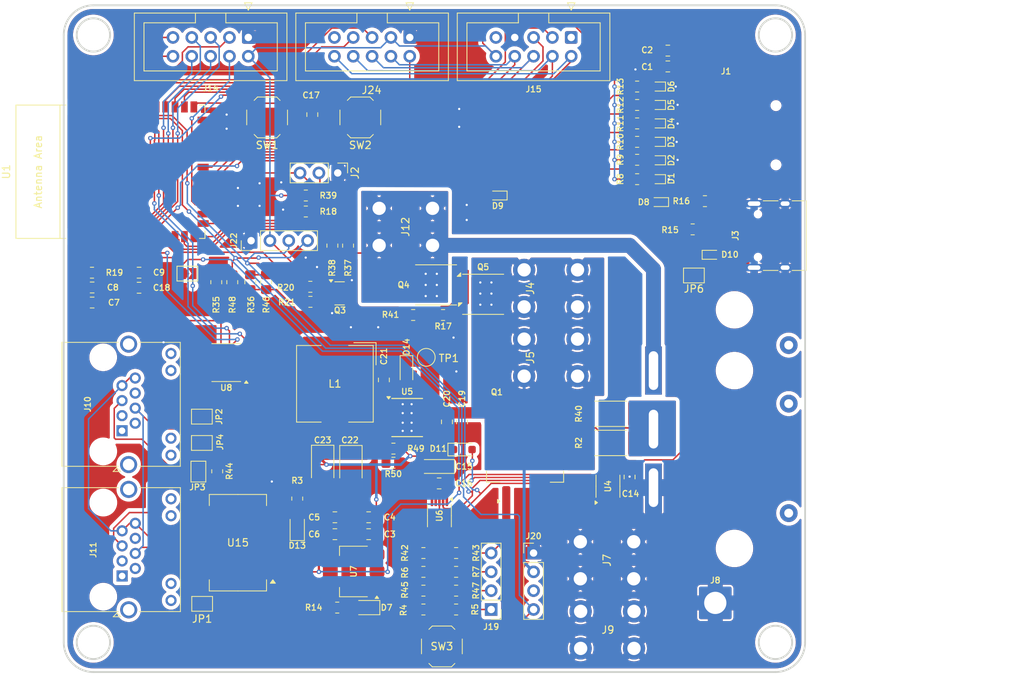
<source format=kicad_pcb>
(kicad_pcb (version 20241229) (generator "pcbnew") (generator_version "9.0")
  (layers (0 "F.Cu" signal) (2 "B.Cu" signal) (13 "F.Paste" user) (15 "B.Paste" user) (5 "F.SilkS" user "F.Silkscreen") (7 "B.SilkS" user "B.Silkscreen") (1 "F.Mask" user) (3 "B.Mask" user) (25 "Edge.Cuts" user))
  (net 0 "")
  (net 1 "V_BATT+")
  (net 2 "ESP_3V3")
  (net 3 "CHIP_PU")
  (net 4 "+5V")
  (net 5 "SD_DATA1")
  (net 6 "SD_DATA0")
  (net 7 "SD_CLK")
  (net 8 "SD_CMD")
  (net 9 "SD_DATA3")
  (net 10 "SD_DATA2")
  (net 11 "Net-(D7-A)")
  (net 12 "GPIO20")
  (net 13 "GPIO19")
  (net 14 "VBUSB")
  (net 15 "SD_DETECT")
  (net 16 "LCD_SDA")
  (net 17 "LCD_SCL")
  (net 18 "Net-(J3-CC1)")
  (net 19 "Net-(J3-CC2)")
  (net 28 "V_CHARGER+")
  (net 29 "Net-(U5-BOOT)")
  (net 30 "Net-(Q3-G)")
  (net 31 "Net-(Q4-S-Pad1)")
  (net 32 "LED_ON")
  (net 33 "CHARGER_OFF")
  (net 34 "BIT_0")
  (net 35 "BIT_1")
  (net 36 "BIT_2")
  (net 37 "BIT_3")
  (net 38 "BIT_4")
  (net 39 "BIT_5")
  (net 40 "BIT_6")
  (net 41 "SCL")
  (net 42 "SDA")
  (net 43 "V_CHARGER_REF")
  (net 44 "U0TXD")
  (net 46 "GPIO0")
  (net 47 "unconnected-(U1-GPIO46-Pad16)")
  (net 49 "V_CHA")
  (net 50 "V_CHC")
  (net 53 "V_CHB")
  (net 54 "V_CHD")
  (net 63 "V_CHC_OUT")
  (net 64 "V_CHB_OUT")
  (net 65 "V_CHD_OUT")
  (net 68 "Net-(Q3-D)")
  (net 69 "Net-(Q4-G)")
  (net 72 "W_INT")
  (net 73 "GND3")
  (net 74 "PHOTO_2")
  (net 75 "W_MISO")
  (net 77 "W_SCS")
  (net 78 "W_MOSI")
  (net 79 "V_BATT-")
  (net 81 "FAN_PWM")
  (net 82 "Net-(D13-A)")
  (net 83 "Net-(JP3-A)")
  (net 84 "Net-(JP3-B)")
  (net 85 "Net-(JP1-B)")
  (net 86 "Net-(JP1-A)")
  (net 87 "Net-(JP2-A)")
  (net 88 "V_LOAD+")
  (net 89 "V_CHA_OUT")
  (net 90 "Net-(U5-VSENSE)")
  (net 94 "Net-(JP2-B)")
  (net 95 "Net-(JP4-B)")
  (net 100 "Net-(D11-A)")
  (net 101 "RE")
  (net 102 "PHOTO_1")
  (net 103 "U0RXD")
  (net 104 "D1")
  (net 105 "W_SCLK")
  (footprint "Resistor_SMD:R_0805_2012Metric_Pad1.20x1.40mm_HandSolder" (layer "F.Cu") (at 102.927 124.546)
    (property "Reference" "R47")
    (property "Value" "330 (1%)" (hide yes))
  )
  (footprint "Button_Switch_SMD:SW_Push_1P1T_XKB_TS-1187A" (layer "F.Cu") (at 101.006 132.069 180)
    (property "Reference" "SW3")
    (property "Value" "SW_Push" (hide yes))
  )
  (footprint "BatteryCoFootLib:T44001" (layer "F.Cu") (at 123.323 129.84 -90)
    (property "Reference" "J9")
    (property "Value" "Conn_01x01" (hide yes))
  )
  (footprint "Package_SO:SOIC-8_3.9x4.9mm_P1.27mm" (layer "F.Cu") (at 71.922494 93.754633 180)
    (property "Reference" "U8")
    (property "Value" "SP3485EN" (hide yes))
  )
  (footprint "Diode_SMD:D_SOD-882D" (layer "F.Cu") (at 130.264 66.4483 180)
    (property "Reference" "D2")
    (property "Value" "LESD8D3.3CAT5G" (hide yes))
  )
  (footprint "Jumper:SolderJumper-2_P1.3mm_Open_TrianglePad1.0x1.5mm" (layer "F.Cu") (at 135 82.001 180)
    (property "Reference" "JP6")
    (property "Value" "SolderJumper_2_Open" (hide yes))
  )
  (footprint "Capacitor_SMD:C_0805_2012Metric_Pad1.18x1.45mm_HandSolder" (layer "F.Cu") (at 93.182 96.098 90)
    (property "Reference" "C21")
    (property "Value" "10nF/50V(10%)" (hide yes))
  )
  (footprint "Resistor_SMD:R_2512_6332Metric_Pad1.40x3.35mm_HandSolder" (layer "F.Cu") (at 123.787 100.67)
    (property "Reference" "R40")
    (property "Value" "5m" (hide yes))
  )
  (footprint "Jumper:SolderJumper-2_P1.3mm_Open_TrianglePad1.0x1.5mm" (layer "F.Cu") (at 68.669 126.324)
    (property "Reference" "JP1")
    (property "Value" "SolderJumper_2_Open" (hide yes))
  )
  (footprint "Package_TO_SOT_SMD:TO-263-2" (layer "F.Cu") (at 112.23 105.085 90)
    (property "Reference" "Q1")
    (property "Value" "IRLZ44SPbF" (hide yes))
  )
  (footprint "Resistor_SMD:R_0805_2012Metric_Pad1.20x1.40mm_HandSolder" (layer "F.Cu") (at 94.468 107.274)
    (property "Reference" "R50")
    (property "Value" "3.3K (1%)" (hide yes))
  )
  (footprint "Package_SO:MSOP-10_3x3mm_P0.5mm" (layer "F.Cu") (at 100.673 114.4325 -90)
    (property "Reference" "U6")
    (property "Value" "MCP4728" (hide yes))
  )
  (footprint "Capacitor_Tantalum_SMD:CP_EIA-3216-18_Kemet-A_Pad1.58x1.35mm_HandSolder" (layer "F.Cu") (at 100.2355 107.782 180)
    (property "Reference" "C15")
    (property "Value" "10uF/25V(20%)" (hide yes))
  )
  (footprint "Inductor_SMD:L_TDK_SLF10145" (layer "F.Cu") (at 86.578 96.62 -90)
    (property "Reference" "L1")
    (property "Value" "SLF10145T-101M1R0-PF" (hide yes))
  )
  (footprint "Capacitor_SMD:C_0805_2012Metric_Pad1.18x1.45mm_HandSolder" (layer "F.Cu") (at 83.528 60.284 90)
    (property "Reference" "C17")
    (property "Value" "0.1uF/50V(10%)" (hide yes))
  )
  (footprint "Jumper:SolderJumper-2_P1.3mm_Open_TrianglePad1.0x1.5mm" (layer "F.Cu") (at 68.161 108.47 -90)
    (property "Reference" "JP3")
    (property "Value" "SolderJumper_2_Open" (hide yes))
  )
  (footprint "Resistor_SMD:R_0805_2012Metric_Pad1.20x1.40mm_HandSolder" (layer "F.Cu") (at 94.468 105.369 180)
    (property "Reference" "R49")
    (property "Value" "10K (1%)" (hide yes))
  )
  (footprint "Capacitor_SMD:C_0805_2012Metric_Pad1.18x1.45mm_HandSolder" (layer "F.Cu") (at 91.1265 116.926 180)
    (property "Reference" "C3")
    (property "Value" "10uF/25V(20%)" (hide yes))
  )
  (footprint "Capacitor_SMD:C_0805_2012Metric_Pad1.18x1.45mm_HandSolder" (layer "F.Cu") (at 60.16 83.652 180)
    (property "Reference" "C18")
    (property "Value" "0.1uF/50V(10%)" (hide yes))
  )
  (footprint "Capacitor_SMD:C_0805_2012Metric_Pad1.18x1.45mm_HandSolder" (layer "F.Cu") (at 131.4832 53.7816 180)
    (property "Reference" "C1")
    (property "Value" "10uF/25V(20%)" (hide yes))
  )
  (footprint "Jumper:SolderJumper-2_P1.3mm_Open_TrianglePad1.0x1.5mm" (layer "F.Cu") (at 68.632 104.607)
    (property "Reference" "JP4")
    (property "Value" "SolderJumper_2_Open" (hide yes))
  )
  (footprint "Resistor_SMD:R_0805_2012Metric_Pad1.20x1.40mm_HandSolder" (layer "F.Cu") (at 70.701 108.433 -90)
    (property "Reference" "R44")
    (property "Value" "120 (1%)" (hide yes))
  )
  (footprint "BatteryCoFootLib:T44001" (layer "F.Cu") (at 115.703 83.739 90)
    (property "Reference" "J4")
    (property "Value" "Conn_01x01" (hide yes))
  )
  (footprint "Capacitor_SMD:C_0805_2012Metric_Pad1.18x1.45mm_HandSolder" (layer "F.Cu") (at 126.327 109.2005 90)
    (property "Reference" "C14")
    (property "Value" "0.1uF/50V(10%)" (hide yes))
  )
  (footprint "Capacitor_SMD:C_0805_2012Metric_Pad1.18x1.45mm_HandSolder" (layer "F.Cu") (at 100.6355 110.068 180)
    (property "Reference" "C16")
    (property "Value" "0.1uF/50V(10%)" (hide yes))
  )
  (footprint "Diode_SMD:D_SOD-882D" (layer "F.Cu") (at 130.264 69 180)
    (property "Reference" "D1")
    (property "Value" "LESD8D3.3CAT5G" (hide yes))
  )
  (footprint "Resistor_SMD:R_0805_2012Metric_Pad1.20x1.40mm_HandSolder" (layer "F.Cu") (at 82.655 71.206)
    (property "Reference" "R39")
    (property "Value" "10K (1%)" (hide yes))
  )
  (footprint "Resistor_SMD:R_0805_2012Metric_Pad1.20x1.40mm_HandSolder" (layer "F.Cu") (at 83.274 85.557)
    (property "Reference" "R21")
    (property "Value" "10K (1%)" (hide yes))
  )
  (footprint "Resistor_SMD:R_0805_2012Metric_Pad1.20x1.40mm_HandSolder" (layer "F.Cu") (at 102.927 122.006)
    (property "Reference" "R7")
    (property "Value" "330 (1%)" (hide yes))
  )
  (footprint "Capacitor_Tantalum_SMD:CP_EIA-3528-21_Kemet-B_Pad1.50x2.35mm_HandSolder" (layer "F.Cu") (at 84.927 107.554 -90)
    (property "Reference" "C23")
    (property "Value" "33uF/10V(10%)" (hide yes))
  )
  (footprint "Capacitor_SMD:C_0805_2012Metric_Pad1.18x1.45mm_HandSolder" (layer "F.Cu") (at 91.1265 114.64 180)
    (property "Reference" "C4")
    (property "Value" "0.1uF/50V(10%)" (hide yes))
  )
  (footprint "BatteryCoFootLib:T44001" (layer "F.Cu") (at 96.145 75.436 90)
    (property "Reference" "J12")
    (property "Value" "Conn_01x01" (hide yes))
  )
  (footprint "Package_DFN_QFN:AO_DFN-8-1EP_5.55x5.2mm_P1.27mm_EP4.12x4.6mm" (layer "F.Cu") (at 106.571 84.541)
    (property "Reference" "Q5")
    (property "Value" "AON6411" (hide yes))
  )
  (footprint "Resistor_SMD:R_0805_2012Metric_Pad1.20x1.40mm_HandSolder" (layer "F.Cu") (at 127.343 63.961225 180)
    (property "Reference" "R10")
    (property "Value" "10K (1%)" (hide yes))
  )
  (footprint "Connector_PinHeader_2.54mm:PinHeader_1x04_P2.54mm_Vertical" (layer "F.Cu") (at 107.658 127.086 180)
    (property "Reference" "J19")
    (property "Value" "Conn_01x04" (hide yes))
  )
  (footprint "Resistor_SMD:R_0805_2012Metric_Pad1.20x1.40mm_HandSolder" (layer "F.Cu") (at 136.487 71.968)
    (property "Reference" "R16")
    (property "Value" "4.7K (1%)" (hide yes))
  )
  (footprint "Resistor_SMD:R_0805_2012Metric_Pad1.20x1.40mm_HandSolder" (layer "F.Cu") (at 83.258 83.525 180)
    (property "Reference" "R20")
    (property "Value" "100 (1%)" (hide yes))
  )
  (footprint "Resistor_SMD:R_0805_2012Metric_Pad1.20x1.40mm_HandSolder" (layer "F.Cu") (at 97.133 87.335 180)
    (property "Reference" "R41")
    (property "Value" "5.1K (1%)" (hide yes))
  )
  (footprint "Button_Switch_SMD:SW_Push_1P1T_XKB_TS-1187A" (layer "F.Cu") (at 90.005 60.665)
    (property "Reference" "SW2")
    (property "Value" "SW_Push" (hide yes))
  )
  (footprint "Resistor_SMD:R_0805_2012Metric_Pad1.20x1.40mm_HandSolder" (layer "F.Cu") (at 98.514 122.006 180)
    (property "Reference" "R6")
    (property "Value" "10K (1%)" (hide yes))
  )
  (footprint "Resistor_SMD:R_0805_2012Metric_Pad1.20x1.40mm_HandSolder" (layer "F.Cu") (at 82.655 73.365)
    (property "Reference" "R18")
    (property "Value" "10K (1%)" (hide yes))
  )
  (footprint "BatteryCoFootLib:Hanbo TF-012D" (layer "F.Cu") (at 142.695 62.12 90)
    (property "Reference" "J1")
    (property "Value" "Micro_SD_Card_Det2")
  )
  (footprint "Button_Switch_SMD:SW_Push_1P1T_XKB_TS-1187A" (layer "F.Cu") (at 77.432 60.665 180)
    (property "Reference" "SW1")
    (property "Value" "SW_Push" (hide yes))
  )
  (footprint "Connector_PinHeader_2.54mm:PinHeader_1x04_P2.54mm_Vertical" (layer "F.Cu") (at 75.273 77.302 90)
    (property "Reference" "J22")
    (property "Value" "I2C_BUS0" (hide yes))
  )
  (footprint "Resistor_SMD:R_0805_2012Metric_Pad1.20x1.40mm_HandSolder" (layer "F.Cu") (at 127.343 61.47415 180)
    (property "Reference" "R11")
    (property "Value" "10K (1%)" (hide yes))
  )
  (footprint "Jumper:SolderJumper-2_P1.3mm_Open_TrianglePad1.0x1.5mm" (layer "F.Cu") (at 66.674 81.747)
    (property "Reference" "JP5" (hide yes))
    (property "Value" "SolderJumper_2_Open" (hide yes))
  )
  (footprint "Package_SO:SOIC-16W_7.5x12.8mm_P1.27mm" (layer "F.Cu") (at 73.495 118.069 180)
    (property "Reference" "U15")
    (property "Value" "CA-IS13092VW" (hide yes))
  )
  (footprint "Resistor_SMD:R_0805_2012Metric_Pad1.20x1.40mm_HandSolder" (layer "F.Cu") (at 81.496 112.116 -90)
    (property "Reference" "R3")
    (property "Value" "47K (1%)" (hide yes))
  )
  (footprint "Capacitor_SMD:C_0805_2012Metric_Pad1.18x1.45mm_HandSolder" (layer "F.Cu") (at 86.576 114.64)
    (property "Reference" "C5")
    (property "Value" "0.1uF/50V(10%)" (hide yes))
  )
  (footprint "Resistor_SMD:R_0805_2012Metric_Pad1.20x1.40mm_HandSolder" (layer "F.Cu") (at 134.836 75.778)
    (property "Reference" "R15")
    (property "Value" "4.7K (1%)" (hide yes))
  )
  (footprint "Resistor_SMD:R_0805_2012Metric_Pad1.20x1.40mm_HandSolder" (layer "F.Cu") (at 127.343 66.38 180)
    (property "Reference" "R9")
    (property "Value" "10K (1%)" (hide yes))
  )
  (footprint "Connector_PinHeader_2.54mm:PinHeader_1x04_P2.54mm_Vertical" (layer "F.Cu") (at 113.373 119.466)
    (property "Reference" "J20")
    (property "Value" "Conn_01x04" (hide yes))
  )
  (footprint "Package_DFN_QFN:AO_DFN-8-1EP_5.55x5.2mm_P1.27mm_EP4.12x4.6mm" (layer "F.Cu") (at 100.221 83.271 180)
    (property "Reference" "Q4")
    (property "Value" "AON6411" (hide yes))
  )
  (footprint "Capacitor_SMD:C_0805_2012Metric_Pad1.18x1.45mm_HandSolder" (layer "F.Cu") (at 60.16 81.62)
    (property "Reference" "C9")
    (property "Value" "1uF/16V(10%)" (hide yes))
  )
  (footprint "Resistor_SMD:R_0805_2012Metric_Pad1.20x1.40mm_HandSolder" (layer "F.Cu") (at 77.305 82.906 90)
    (property "Reference" "R46")
    (property "Value" "4.7K (1%)" (hide yes))
  )
  (footprint "Resistor_SMD:R_0805_2012Metric_Pad1.20x1.40mm_HandSolder" (layer "F.Cu") (at 98.514 124.546 180)
    (property "Reference" "R45")
    (property "Value" "10K (1%)" (hide yes))
  )
  (footprint "Resistor_SMD:R_0805_2012Metric_Pad1.20x1.40mm_HandSolder" (layer "F.Cu") (at 127.343 58.987075 180)
    (property "Reference" "R12")
    (property "Value" "10K (1%)" (hide yes))
  )
  (footprint "Resistor_SMD:R_2512_6332Metric_Pad1.40x3.35mm_HandSolder" (layer "F.Cu") (at 123.787 104.607)
    (property "Reference" "R2")
    (property "Value" "5m" (hide yes))
  )
  (footprint "Resistor_SMD:R_0805_2012Metric_Pad1.20x1.40mm_HandSolder" (layer "F.Cu") (at 75.162 82.906 90)
    (property "Reference" "R36")
    (property "Value" "4.7K (1%)" (hide yes))
  )
  (footprint "BatteryCoFootLib:T44001" (layer "F.Cu") (at 115.703 93.09 90)
    (property "Reference" "J5")
    (property "Value" "Conn_01x01" (hide yes))
  )
  (footprint "Resistor_SMD:R_0805_2012Metric_Pad1.20x1.40mm_HandSolder" (layer "F.Cu") (at 101.165 87.334)
    (property "Reference" "R17")
    (property "Value" "10K (1%)" (hide yes))
  )
  (footprint "TestPoint:TestPoint_Pad_D2.0mm" (layer "F.Cu") (at 98.897 93.05)
    (property "Reference" "TP1")
    (property "Value" "TestPoint" (hide yes))
  )
  (footprint "Diode_SMD:D_SOD-323_HandSoldering" (layer "F.Cu") (at 96.23 94.828 -90)
    (property "Reference" "D14")
    (property "Value" "1N5819WS" (hide yes))
  )
  (footprint "LED_SMD:LED_0805_2012Metric_Pad1.15x1.40mm_HandSolder" (layer "F.Cu") (at 90.776 126.832 180)
    (property "Reference" "D7")
    (property "Value" "LED" (hide yes))
  )
  (footprint "Capacitor_SMD:C_0805_2012Metric_Pad1.18x1.45mm_HandSolder" (layer "F.Cu") (at 53.8315 85.652)
    (property "Reference" "C7")
    (property "Value" "10uF/25V(20%)" (hide yes))
  )
  (footprint "Resistor_SMD:R_0805_2012Metric_Pad1.20x1.40mm_HandSolder" (layer "F.Cu") (at 98.514 119.466 180)
    (property "Reference" "R42")
    (property "Value" "10K (1%)" (hide yes))
  )
  (footprint "LED_SMD:LED_0805_2012Metric_Pad1.15x1.40mm_HandSolder" (layer "F.Cu") (at 81.496 115.919 90)
    (property "Reference" "D13")
    (property "Value" "LED" (hide yes))
  )
  (footprint "Connector_PinHeader_2.54mm:PinHeader_1x03_P2.54mm_Vertical" (layer "F.Cu") (at 86.957 68.158 -90)
    (property "Reference" "J2")
    (property "Value" "Conn_01x03" (hide yes))
  )
  (footprint "Capacitor_Tantalum_SMD:CP_EIA-3528-21_Kemet-B_Pad1.50x2.35mm_HandSolder" (layer "F.Cu") (at 88.737 107.58 -90)
    (property "Reference" "C22")
    (property "Value" "33uF/10V(10%)" (hide yes))
  )
  (footprint "Diode_SMD:D_SOD-882D" (layer "F.Cu") (at 130.264 56.5 180)
    (property "Reference" "D6")
    (property "Value" "LESD8D3.3CAT5G" (hide yes))
  )
  (footprint "Capacitor_SMD:C_0805_2012Metric_Pad1.18x1.45mm_HandSolder" (layer "F.Cu") (at 131.4832 51.648 180)
    (property "Reference" "C2")
    (property "Value" "0.1uF/50V(10%)" (hide yes))
  )
  (footprint "Resistor_SMD:R_0805_2012Metric_Pad1.20x1.40mm_HandSolder" (layer "F.Cu") (at 53.81 81.62 180)
    (property "Reference" "R19")
    (property "Value" "10K (1%)" (hide yes))
  )
  (footprint "Connector_RJ:RJ45_Amphenol_RJHSE538X" (layer "F.Cu") (at 57.862 102.956 90)
    (property "Reference" "J10")
    (property "Value" "RJ45_LED_Shielded" (hide yes))
  )
  (footprint "Resistor_SMD:R_0805_2012Metric_Pad1.20x1.40mm_HandSolder" (layer "F.Cu") (at 86.233065 77.97 -90)
    (property "Reference" "R38")
    (property "Value" "1.5k (1%)" (hide yes))
  )
  (footprint "Resistor_SMD:R_0805_2012Metric_Pad1.20x1.40mm_HandSolder" (layer "F.Cu") (at 70.574 82.906 90)
    (property "Reference" "R35")
    (property "Value" "4.7K (1%)" (hide yes))
  )
  (footprint "Package_SO:VSSOP-10_3x3mm_P0.5mm" (layer "F.Cu") (at 123.406 110.449 90)
    (property "Reference" "U4")
    (property "Value" "INA228" (hide yes))
  )
  (footprint "Resistor_SMD:R_0805_2012Metric_Pad1.20x1.40mm_HandSolder" (layer "F.Cu") (at 102.927 119.466)
    (property "Reference" "R43")
    (property "Value" "330 (1%)" (hide yes))
  )
  (footprint "Connector_IDC:IDC-Header_2x05_P2.54mm_Vertical" (layer "F.Cu") (at 118.453 49.87 -90)
    (property "Reference" "J15")
    (property "Value" "Conn_02x05_Odd_Even" (hide yes))
  )
  (footprint "Diode_SMD:D_SOD-523" (layer "F.Cu") (at 130.326 72.095 180)
    (property "Reference" "D8")
    (property "Value" "LESD5D5.0CT1G" (hide yes))
  )
  (footprint "BatteryCoFootLib:45A-ANGLE-PAIR" (layer "F.Cu") (at 129.55 102.739 -90)
    (property "Reference" "J16" (hide yes))
    (property "Value" "Conn_01x03" (hide yes))
  )
  (footprint "Capacitor_SMD:C_0805_2012Metric_Pad1.18x1.45mm_HandSolder" (layer "F.Cu") (at 101.689 101.762 -90)
    (property "Reference" "C20")
    (property "Value" "10uF/25V(20%)" (hide yes))
  )
  (footprint "Diode_SMD:D_SOD-523" (layer "F.Cu") (at 108.547 71.206 180)
    (property "Reference" "D9")
    (property "Value" "LESD5D5.0CT1G" (hide yes))
  )
  (footprint "Resistor_SMD:R_0805_2012Metric_Pad1.20x1.40mm_HandSolder" (layer "F.Cu") (at 72.733 82.906 90)
    (property "Reference" "R48")
    (property "Value" "4.7K (1%)" (hide yes))
  )
  (footprint "Connector_RJ:RJ45_Amphenol_RJHSE538X" (layer "F.Cu") (at 57.874 122.5648 90)
    (property "Reference" "J11")
    (property "Value" "RJ45_LED_Shielded" (hide yes))
  )
  (footprint "Connector_Wire:SolderWire-2.5sqmm_1x01_D2.4mm_OD4.4mm" (layer "F.Cu") (at 137.884 126.197 180)
    (property "Reference" "J8")
    (property "Value" "Conn_01x01" (hide yes))
  )
  (footprint "Jumper:SolderJumper-2_P1.3mm_Open_TrianglePad1.0x1.5mm" (layer "F.Cu") (at 68.632 101.051)
    (property "Reference" "JP2")
    (property "Value" "SolderJumper_2_Open" (hide yes))
  )
  (footprint "Capacitor_SMD:C_0805_2012Metric_Pad1.18x1.45mm_HandSolder" (layer "F.Cu") (at 103.721 101.762 -90)
    (property "Reference" "C19")
    (property "Value" "10uF/25V(20%)" (hide yes))
  )
  (footprint "Connector_IDC:IDC-Header_2x05_P2.54mm_Vertical" (layer "F.Cu") (at 96.6725 49.87 -90)
    (property "Reference" "J24")
    (property "Value" "Conn_02x05_Odd_Even" (hide yes))
  )
  (footprint "Capacitor_SMD:C_0805_2012Metric_Pad1.18x1.45mm_HandSolder" (layer "F.Cu") (at 86.576 116.926)
    (property "Reference" "C6")
    (property "Value" "10uF/25V(20%)" (hide yes))
  )
  (footprint "Capacitor_SMD:C_0805_2012Metric_Pad1.18x1.45mm_HandSolder" (layer "F.Cu") (at 53.8315 83.62)
    (property "Reference" "C8")
    (property "Value" "0.1uF/50V(10%)" (hide yes))
  )
  (footprint "Diode_SMD:D_SOD-882D" (layer "F.Cu") (at 130.264 58.987075 180)
    (property "Reference" "D5")
    (property "Value" "LESD8D3.3CAT5G" (hide yes))
  )
  (footprint "Package_TO_SOT_SMD:SOT-23" (layer "F.Cu") (at 87.211 84.414)
    (property "Reference" "Q3")
    (property "Value" "AO3400A" (hide yes))
  )
  (footprint "Diode_SMD:D_SOD-882D" (layer "F.Cu") (at 130.264 63.961225 180)
    (property "Reference" "D3")
    (property "Value" "LESD8D3.3CAT5G" (hide yes))
  )
  (footprint "Resistor_SMD:R_0805_2012Metric_Pad1.20x1.40mm_HandSolder" (layer "F.Cu") (at 127.343 56.5 180)
    (property "Reference" "R13")
    (property "Value" "10K (1%)" (hide yes))
  )
  (footprint "PCM_Espressif:ESP32-S3-WROOM-1" (layer "F.Cu") (at 59.3 68 90)
    (property "Reference" "U1")
    (property "Value" "ESP32-S3-WROOM-1" (hide yes))
  )
  (footprint "BatteryCoFootLib:T44001" (layer "F.Cu") (at 123.284 120.442 -90)
    (property "Reference" "J7")
    (property "Value" "Conn_01x01" (hide yes))
  )
  (footprint "Connector_USB:USB_C_Receptacle_HRO_TYPE-C-31-M-12" (layer "F.Cu") (at 146.25 76.62 90)
    (property "Reference" "J3")
    (property "Value" "USB_C_Receptacle_USB2.0_16P" (hide yes))
  )
  (footprint "Resistor_SMD:R_0805_2012Metric_Pad1.20x1.40mm_HandSolder" (layer "F.Cu") (at 127.343 69 180)
    (property "Reference" "R8")
    (property "Value" "10K (1%)" (hide yes))
  )
  (footprint "Diode_SMD:D_SOD-323_HandSoldering" (layer "F.Cu") (at 103.828 105.496)
    (property "Reference" "D11")
    (property "Value" "1N5819WS" (hide yes))
  )
  (footprint "Diode_SMD:D_SOD-523" (layer "F.Cu") (at 137.376 79.207)
    (property "Reference" "D10")
    (property "Value" "LESD5D5.0CT1G" (hide yes))
  )
  (footprint "Diode_SMD:D_SOD-882D" (layer "F.Cu") (at 130.264 61.47415 180)
    (property "Reference" "D4")
    (property "Value" "LESD8D3.3CAT5G" (hide yes))
  )
  (footprint "Resistor_SMD:R_0805_2012Metric_Pad1.20x1.40mm_HandSolder" (layer "F.Cu") (at 98.514 127.086 180)
    (property "Reference" "R4")
    (property "Value" "10K (1%)" (hide yes))
  )
  (footprint "Package_TO_SOT_SMD:SOT-223-3_TabPin2" (layer "F.Cu") (at 89.107875 121.957904 180)
    (property "Reference" "U7")
    (property "Value" "AMS1117-3.3" (hide yes))
  )
  (footprint "Resistor_SMD:R_0805_2012Metric_Pad1.20x1.40mm_HandSolder" (layer "F.Cu") (at 88.354 77.97 90)
    (property "Reference" "R37")
    (property "Value" "10K (1%)" (hide yes))
  )
  (footprint "Resistor_SMD:R_0805_2012Metric_Pad1.20x1.40mm_HandSolder" (layer "F.Cu") (at 102.927 127.086)
    (property "Reference" "R5")
    (property "Value" "330 (1%)" (hide yes))
  )
  (footprint "Connector_IDC:IDC-Header_2x05_P2.54mm_Vertical" (layer "F.Cu") (at 74.892 49.87 -90)
    (property "Reference" "J14")
    (property "Value" "Conn_02x05_Counter_Clockwise" (hide yes))
  )
  (footprint "Package_SO:TI_SO-PowerPAD-8_ThermalVias" (layer "F.Cu") (at 96.322 101.178)
    (property "Reference" "U5")
    (property "Value" "TPS5430DDA" (hide yes))
  )
  (footprint "Resistor_SMD:R_0805_2012Metric_Pad1.20x1.40mm_HandSolder" (layer "F.Cu") (at 86.8898 126.832)
    (property "Reference" "R14")
    (property "Value" "5.1K (1%)" (hide yes))
  )
  (gr_circle (center 146 49.53) (end 148.25 49.53) (stroke (width 0.25)) (fill no) (layer "Edge.Cuts"))
  (gr_arc (start 54 135.53) (mid 51.171573 134.358427) (end 50 131.530001) (stroke (width 0.25)) (layer "Edge.Cuts"))
  (gr_line (start 54 135.53) (end 146 135.53) (stroke (width 0.25)) (layer "Edge.Cuts"))
  (gr_circle (center 146 131.53) (end 148.25 131.53) (stroke (width 0.25)) (fill no) (layer "Edge.Cuts"))
  (gr_arc (start 50 49.53) (mid 51.171573 46.701573) (end 53.999999 45.53) (stroke (width 0.25)) (layer "Edge.Cuts"))
  (gr_circle (center 54 49.53) (end 56.25 49.53) (stroke (width 0.25)) (fill no) (layer "Edge.Cuts"))
  (gr_line (start 150 131.53) (end 150 49.53) (stroke (width 0.25)) (layer "Edge.Cuts"))
  (gr_circle (center 54 131.53) (end 56.25 131.53) (stroke (width 0.25)) (fill no) (layer "Edge.Cuts"))
  (gr_line (start 50 49.53) (end 50 131.530001) (stroke (width 0.25)) (layer "Edge.Cuts"))
  (gr_line (start 146 45.53) (end 53.999999 45.53) (stroke (width 0.25)) (layer "Edge.Cuts"))
  (gr_arc (start 146 45.53) (mid 148.828427 46.701573) (end 150 49.53) (stroke (width 0.25)) (layer "Edge.Cuts"))
  (gr_arc (start 150 131.53) (mid 148.828427 134.358427) (end 146 135.53) (stroke (width 0.25)) (layer "Edge.Cuts"))
  (segment (start 126.708 100.672) (end 126.71 100.67) (width 0.2) (layer "F.Cu") (net 1))
  (segment (start 123.406 109.00641) (end 123.406 108.249) (width 0.2) (layer "F.Cu") (net 1))
  (segment (start 123.406 103.718) (end 124.549 102.575) (width 0.2) (layer "F.Cu") (net 1))
  (segment (start 126.708 102.575) (end 126.708 104.351) (width 1) (layer "F.Cu") (net 1))
  (segment (start 122.79159 109.392) (end 123.02041 109.392) (width 0.2) (layer "F.Cu") (net 1))
  (segment (start 126.708 102.575) (end 126.708 100.672) (width 1) (layer "F.Cu") (net 1))
  (segment (start 124.549 102.575) (end 126.708 102.575) (width 0.2) (layer "F.Cu") (net 1))
  (segment (start 123.02041 109.392) (end 123.406 109.00641) (width 0.2) (layer "F.Cu") (net 1))
  (segment (start 126.71 100.67) (end 126.837 100.67) (width 0.2) (layer "F.Cu") (net 1))
  (segment (start 122.406 109.00641) (end 122.79159 109.392) (width 0.2) (layer "F.Cu") (net 1))
  (segment (start 122.406 108.249) (end 122.406 109.00641) (width 0.2) (layer "F.Cu") (net 1))
  (segment (start 123.406 108.249) (end 123.406 103.718) (width 0.2) (layer "F.Cu") (net 1))
  (segment (start 104.234471 109.306) (end 104.672471 108.868) (width 0.2) (layer "F.Cu") (net 2))
  (segment (start 52.794 85.652) (end 52.794 83.62) (width 0.2) (layer "F.Cu") (net 2))
  (segment (start 136.6 62.3) (end 135.73 63.17) (width 0.2) (layer "F.Cu") (net 2))
  (segment (start 126.343 69) (end 124.295 69) (width 0.2) (layer "F.Cu") (net 2))
  (segment (start 79.718 114.894) (end 79.718 103.591) (width 0.2) (layer "F.Cu") (net 2))
  (segment (start 52.794 81.636) (end 52.81 81.62) (width 0.2) (layer "F.Cu") (net 2))
  (segment (start 84.417 122.006) (end 80.725001 122.006) (width 0.2) (layer "F.Cu") (net 2))
  (segment (start 79.718 103.591) (end 79.718 90.637) (width 0.2) (layer "F.Cu") (net 2))
  (segment (start 77.305 83.906) (end 75.162 83.906) (width 0.2) (layer "F.Cu") (net 2))
  (segment (start 84.417 119.339) (end 84.417 122.006) (width 0.3) (layer "F.Cu") (net 2))
  (segment (start 52.31 81.75) (end 52.44 81.62) (width 0.2) (layer "F.Cu") (net 2))
  (segment (start 121.063 108.868) (end 121.987 109.792) (width 0.2) (layer "F.Cu") (net 2))
  (segment (start 71.717 88.097) (end 53.937 88.097) (width 0.2) (layer "F.Cu") (net 2))
  (segment (start 132.5207 55.3207) (end 136.6 59.4) (width 0.2) (layer "F.Cu") (net 2))
  (segment (start 124.4474 53.8324) (end 118.815 48.2) (width 0.2) (layer "F.Cu") (net 2))
  (segment (start 118.815 48.2) (end 107.55 48.2) (width 0.2) (layer "F.Cu") (net 2))
  (segment (start 71.209 94.873126) (end 70.422493 95.659633) (width 0.2) (layer "F.Cu") (net 2))
  (segment (start 103.331392 110.203608) (end 104.229 109.306) (width 0.2) (layer "F.Cu") (net 2))
  (segment (start 83.358 82.847) (end 77.813 77.302) (width 0.2) (layer "F.Cu") (net 2))
  (segment (start 52.31 81.12) (end 52.31 76.75) (width 0.2) (layer "F.Cu") (net 2))
  (segment (start 85.5385 118.2175) (end 84.417 119.339) (width 0.3) (layer "F.Cu") (net 2))
  (segment (start 52.81 81.62) (end 52.31 81.12) (width 0.2) (layer "F.Cu") (net 2))
  (segment (start 104.229 109.306) (end 104.234471 109.306) (width 0.2) (layer "F.Cu") (net 2))
  (segment (start 106.515 50.632) (end 108.293 52.41) (width 0.2) (layer "F.Cu") (net 2))
  (segment (start 82.274 85.557) (end 83.358 84.473) (width 0.2) (layer "F.Cu") (net 2))
  (segment (start 93.639904 121.957904) (end 92.257875 121.957904) (width 0.2) (layer "F.Cu") (net 2))
  (segment (start 79.718 90.637) (end 77.178 88.097) (width 0.2) (layer "F.Cu") (net 2))
  (segment (start 79.718 120.998999) (end 79.718 114.894) (width 0.2) (layer "F.Cu") (net 2))
  (segment (start 78.702 83.906) (end 77.305 83.906) (width 0.2) (layer "F.Cu") (net 2))
  (segment (start 75.162 83.906) (end 72.733 83.906) (width 0.2) (layer "F.Cu") (net 2))
  (segment (start 80.353 85.557) (end 82.274 85.557) (width 0.2) (layer "F.Cu") (net 2))
  (segment (start 85.5385 114.64) (end 85.5385 116.926) (width 0.3) (layer "F.Cu") (net 2))
  (segment (start 124.295 61.47415) (end 126.343 61.47415) (width 0.2) (layer "F.Cu") (net 2))
  (segment (start 93.688 122.006) (end 93.639904 121.957904) (width 0.2) (layer "F.Cu") (net 2))
  (segment (start 81.655 71.206) (end 81.655 73.365) (width 0.2) (layer "F.Cu") (net 2))
  (segment (start 85.957875 121.957904) (end 85.957875 126.763925) (width 0.2) (layer "F.Cu") (net 2))
  (segment (start 72.733 83.906) (end 70.574 83.906) (width 0.2) (layer "F.Cu") (net 2))
  (segment (start 124.295 66.4) (end 126.323 66.4) (width 0.2) (layer "F.Cu") (net 2))
  (segment (start 132.0132 50.4) (end 132.5207 50.9075) (width 0.2) (layer "F.Cu") (net 2))
  (segment (start 80.217001 122.514) (end 80.725001 122.006) (width 0.2) (layer "F.Cu") (net 2))
  (segment (start 52.794 83.62) (end 52.794 81.636) (width 0.2) (layer "F.Cu") (net 2))
  (segment (start 80.353 85.557) (end 78.702 83.906) (width 0.2) (layer "F.Cu") (net 2))
  (segment (start 52.44 81.62) (end 52.81 81.62) (width 0.2) (layer "F.Cu") (net 2))
  (segment (start 52.794 86.954) (end 52.794 85.652) (width 0.2) (layer "F.Cu") (net 2))
  (segment (start 107.55 48.2) (end 106.515 49.235) (width 0.2) (layer "F.Cu") (net 2))
  (segment (start 124.295 53.9848) (end 124.4474 53.8324) (width 0.2) (layer "F.Cu") (net 2))
  (segment (start 77.178 88.097) (end 71.717 88.097) (width 0.2) (layer "F.Cu") (net 2))
  (segment (start 124.4474 53.8324) (end 127.8798 50.4) (width 0.2) (layer "F.Cu") (net 2))
  (segment (start 124.295 58.987075) (end 126.343 58.987075) (width 0.2) (layer "F.Cu") (net 2))
  (segment (start 71.209 88.097) (end 71.209 94.873126) (width 0.2) (layer "F.Cu") (net 2))
  (segment (start 124.295 63.961225) (end 126.343 63.961225) (width 0.2) (layer "F.Cu") (net 2))
  (segment (start 104.672471 108.868) (end 121.063 108.868) (width 0.2) (layer "F.Cu") (net 2))
  (segment (start 124.406 109.792) (end 124.406 108.249) (width 0.2) (layer "F.Cu") (net 2))
  (segment (start 85.5385 116.926) (end 85.5385 118.2175) (width 0.3) (layer "F.Cu") (net 2))
  (segment (start 78.145 122.514) (end 80.217001 122.514) (width 0.2) (layer "F.Cu") (net 2))
  (segment (start 136.6 59.4) (end 136.6 62.3) (width 0.2) (layer "F.Cu") (net 2))
  (segment (start 80.725001 122.006) (end 79.718 120.998999) (width 0.2) (layer "F.Cu") (net 2))
  (segment (start 83.358 84.473) (end 83.358 82.847) (width 0.2) (layer "F.Cu") (net 2))
  (segment (start 135.73 63.17) (end 135.07 63.17) (width 0.2) (layer "F.Cu") (net 2))
  (segment (start 125.881 109.792) (end 126.327 110.238) (width 0.2) (layer "F.Cu") (net 2))
  (segment (start 70.422493 95.659633) (end 69.447494 95.659633) (width 0.2) (layer "F.Cu") (net 2))
  (segment (start 121.987 109.792) (end 125.881 109.792) (width 0.2) (layer "F.Cu") (net 2))
  (segment (start 70.574 83.906) (end 70.574 88.097) (width 0.2) (layer "F.Cu") (net 2))
  (segment (start 53.937 88.097) (end 52.794 86.954) (width 0.2) (layer "F.Cu") (net 2))
  (segment (start 124.295 56.5) (end 124.295 53.9848) (width 0.2) (layer "F.Cu") (net 2))
  (segment (start 106.515 49.235) (end 106.515 50.632) (width 0.2) (layer "F.Cu") (net 2))
  (segment (start 81.655 71.206) (end 79.337 71.206) (width 0.2) (layer "F.Cu") (net 2))
  (segment (start 132.5207 50.9075) (end 132.5207 55.3207) (width 0.2) (layer "F.Cu") (net 2))
  (segment (start 124.295 56.5) (end 126.343 56.5) (width 0.2) (layer "F.Cu") (net 2))
  (segment (start 103.331392 111.329392) (end 103.331392 110.203608) (width 0.2) (layer "F.Cu") (net 2))
  (segment (start 85.957875 126.763925) (end 85.8898 126.832) (width 0.2) (layer "F.Cu") (net 2))
  (segment (start 78.145 114.894) (end 79.718 114.894) (width 0.2) (layer "F.Cu") (net 2))
  (segment (start 126.323 66.4) (end 126.343 66.38) (width 0.2) (layer "F.Cu") (net 2))
  (segment (start 127.8798 50.4) (end 132.0132 50.4) (width 0.2) (layer "F.Cu") (net 2))
  (via (at 124.295 58.987075) (size 0.6) (drill 0.3) (layers "F.Cu" "B.Cu") (net 2))
  (via (at 79.337 71.206) (size 0.6) (drill 0.3) (layers "F.Cu" "B.Cu") (net 2))
  (via (at 124.295 69) (size 0.6) (drill 0.3) (layers "F.Cu" "B.Cu") (net 2))
  (via (at 124.295 66.4) (size 0.6) (drill 0.3) (layers "F.Cu" "B.Cu") (net 2))
  (via (at 124.295 56.5) (size 0.6) (drill 0.3) (layers "F.Cu" "B.Cu") (net 2))
  (via (at 84.417 122.006) (size 0.6) (drill 0.3) (layers "F.Cu" "B.Cu") (net 2))
  (via (at 124.295 63.961225) (size 0.6) (drill 0.3) (layers "F.Cu" "B.Cu") (net 2))
  (via (at 124.295 61.47415) (size 0.6) (drill 0.3) (layers "F.Cu" "B.Cu") (net 2))
  (via (at 103.331392 111.329392) (size 0.6) (drill 0.3) (layers "F.Cu" "B.Cu") (net 2))
  (via (at 93.688 122.006) (size 0.6) (drill 0.3) (layers "F.Cu" "B.Cu") (net 2))
  (segment (start 124.295 61.47415) (end 124.295 58.987075) (width 0.2) (layer "B.Cu") (net 2))
  (segment (start 93.663 121.981) (end 93.688 122.006) (width 0.2) (layer "B.Cu") (net 2))
  (segment (start 84.442 121.981) (end 93.663 121.981) (width 0.2) (layer "B.Cu") (net 2))
  (segment (start 94.1325 49.87) (end 95.2825 51.02) (width 0.2) (layer "B.Cu") (net 2))
  (segment (start 84.417 122.006) (end 84.442 121.981) (width 0.2) (layer "B.Cu") (net 2))
  (segment (start 124.295 66.4) (end 124.295 63.961225) (width 0.2) (layer "B.Cu") (net 2))
  (segment (start 95.2825 51.02) (end 106.903 51.02) (width 0.2) (layer "B.Cu") (net 2))
  (segment (start 74.892 52.41) (end 76.042 51.26) (width 0.2) (layer "B.Cu") (net 2))
  (segment (start 124.295 63.961225) (end 124.295 61.47415) (width 0.2) (layer "B.Cu") (net 2))
  (segment (start 77.813 55.331) (end 74.892 52.41) (width 0.2) (layer "B.Cu") (net 2))
  (segment (start 77.813 71.206) (end 77.813 55.331) (width 0.2) (layer "B.Cu") (net 2))
  (segment (start 103.331392 111.329392) (end 101.798784 112.862) (width 0.2) (layer "B.Cu") (net 2))
  (segment (start 76.042 51.26) (end 92.7425 51.26) (width 0.2) (layer "B.Cu") (net 2))
  (segment (start 101.798784 112.862) (end 95.466 112.862) (width 0.2) (layer "B.Cu") (net 2))
  (segment (start 79.337 71.206) (end 77.813 71.206) (width 0.2) (layer "B.Cu") (net 2))
  (segment (start 77.813 77.302) (end 77.813 71.206) (width 0.2) (layer "B.Cu") (net 2))
  (segment (start 92.7425 51.26) (end 94.1325 49.87) (width 0.2) (layer "B.Cu") (net 2))
  (segment (start 124.295 58.987075) (end 124.295 56.5) (width 0.2) (layer "B.Cu") (net 2))
  (segment (start 124.295 69) (end 124.295 66.4) (width 0.2) (layer "B.Cu") (net 2))
  (segment (start 106.903 51.02) (end 108.293 52.41) (width 0.2) (layer "B.Cu") (net 2))
  (segment (start 95.466 112.862) (end 93.688 114.64) (width 0.2) (layer "B.Cu") (net 2))
  (segment (start 93.688 114.64) (end 93.688 122.006) (width 0.2) (layer "B.Cu") (net 2))
  (segment (start 82.385 57.655) (end 110.033 57.655) (width 0.2) (layer "F.Cu") (net 3))
  (segment (start 84.709 57.655) (end 85.844 58.79) (width 0.2) (layer "F.Cu") (net 3))
  (segment (start 58.763 74) (end 55.715 74) (width 0.2) (layer "F.Cu") (net 3))
  (segment (start 59.1225 81.62) (end 59.1225 83.652) (width 0.2) (layer "F.Cu") (net 3))
  (segment (start 54.81 80.461) (end 54.81 81.62) (width 0.2) (layer "F.Cu") (net 3))
  (segment (start 87.005 58.79) (end 93.005 58.79) (width 0.2) (layer "F.Cu") (net 3))
  (segment (start 110.033 57.655) (end 114.643 53.045) (width 0.2) (layer "F.Cu") (net 3))
  (segment (start 55.715 74) (end 53.58 76.135) (width 0.2) (layer "F.Cu") (net 3))
  (segment (start 53.58 76.135) (end 53.58 76.75) (width 0.2) (layer "F.Cu") (net 3))
  (segment (start 61.684 71.079) (end 58.763 74) (width 0.2) (layer "F.Cu") (net 3))
  (segment (start 53.58 76.75) (end 53.58 79.231) (width 0.2) (layer "F.Cu") (net 3))
  (segment (start 114.643 51.14) (end 113.373 49.87) (width 0.2) (layer "F.Cu") (net 3))
  (segment (start 82.385 57.655) (end 84.709 57.655) (width 0.2) (layer "F.Cu") (net 3))
  (segment (start 71.409 57.655) (end 82.385 57.655) (width 0.2) (layer "F.Cu") (net 3))
  (segment (start 85.844 58.79) (end 87.005 58.79) (width 0.2) (layer "F.Cu") (net 3))
  (segment (start 114.643 53.045) (end 114.643 51.14) (width 0.2) (layer "F.Cu") (net 3))
  (segment (start 71.209 57.855) (end 71.409 57.655) (width 0.2) (layer "F.Cu") (net 3))
  (segment (start 61.684 63.459) (end 61.684 71.079) (width 0.2) (layer "F.Cu") (net 3))
  (segment (start 59.1225 81.62) (end 54.81 81.62) (width 0.2) (layer "F.Cu") (net 3))
  (segment (start 53.58 79.231) (end 54.81 80.461) (width 0.2) (layer "F.Cu") (net 3))
  (via (at 61.684 63.459) (size 0.6) (drill 0.3) (layers "F.Cu" "B.Cu") (net 3))
  (via (at 71.209 57.855) (size 0.6) (drill 0.3) (layers "F.Cu" "B.Cu") (net 3))
  (segment (start 71.209 57.871) (end 65.621 63.459) (width 0.2) (layer "B.Cu") (net 3))
  (segment (start 65.621 63.459) (end 61.684 63.459) (width 0.2) (layer "B.Cu") (net 3))
  (segment (start 71.209 57.855) (end 71.209 57.871) (width 0.2) (layer "B.Cu") (net 3))
  (segment (start 84.927 105.929) (end 84.927 107.02) (width 0.35) (layer "F.Cu") (net 4))
  (segment (start 101.673 106.623) (end 101.673 110.068) (width 0.2) (layer "F.Cu") (net 4))
  (segment (start 92.164 114.64) (end 92.164 116.926) (width 0.2) (layer "F.Cu") (net 4))
  (segment (start 82.893 107.528) (end 85.435 107.528) (width 0.2) (layer "F.Cu") (net 4))
  (segment (start 102.324 105.496) (end 101.435 106.385) (width 0.2) (layer "F.Cu") (net 4))
  (segment (start 81.496 111.116) (end 81.496 108.925) (width 0.2) (layer "F.Cu") (net 4))
  (segment (start 101.673 110.068) (end 101.673 112.32) (width 0.2) (layer "F.Cu") (net 4))
  (segment (start 92.257875 117.019875) (end 92.164 116.926) (width 0.2) (layer "F.Cu") (net 4))
  (segment (start 95.72 105.369) (end 95.468 105.369) (width 0.2) (layer "F.Cu") (net 4))
  (segment (start 81.496 108.925) (end 82.893 107.528) (width 0.2) (layer "F.Cu") (net 4))
  (segment (start 92.164 112.227) (end 92.164 114.64) (width 0.2) (layer "F.Cu") (net 4))
  (segment (start 102.578 105.496) (end 102.324 105.496) (width 0.2) (layer "F.Cu") (net 4))
  (segment (start 96.736 106.385) (end 95.72 105.369) (width 0.2) (layer "F.Cu") (net 4))
  (segment (start 96.736 106.385) (end 101.435 106.385) (width 0.2) (layer "F.Cu") (net 4))
  (segment (start 84.927 107.02) (end 85.435 107.528) (width 0.35) (layer "F.Cu") (net 4))
  (segment (start 101.435 106.385) (end 101.673 106.623) (width 0.2) (layer "F.Cu") (net 4))
  (segment (start 92.257875 119.657904) (end 92.257875 117.019875) (width 0.2) (layer "F.Cu") (net 4))
  (via (at 96.736 106.385) (size 0.6) (drill 0.3) (layers "F.Cu" "B.Cu") (net 4))
  (via (at 92.164 112.227) (size 0.6) (drill 0.3) (layers "F.Cu" "B.Cu") (net 4))
  (via (at 85.435 107.528) (size 0.6) (drill 0.3) (layers "F.Cu" "B.Cu") (net 4))
  (segment (start 92.164 112.227) (end 92.164 107.528) (width 0.35) (layer "B.Cu") (net 4))
  (segment (start 96.609 106.385) (end 96.736 106.385) (width 0.35) (layer "B.Cu") (net 4))
  (segment (start 95.466 107.528) (end 96.609 106.385) (width 0.35) (layer "B.Cu") (net 4))
  (segment (start 85.435 107.528) (end 95.466 107.528) (width 0.35) (layer "B.Cu") (net 4))
  (segment (start 129.7045 68.8405) (end 129.864 69) (width 0.2) (layer "F.Cu") (net 5))
  (segment (start 73.997 66.513) (end 114.790058 66.513) (width 0.2) (layer "F.Cu") (net 5))
  (segment (start 62.47 75.759588) (end 62.47 76.75) (width 0.2) (layer "F.Cu") (net 5))
  (segment (start 128.343 69.571) (end 128.343 69) (width 0.2) (layer "F.Cu") (net 5))
  (segment (start 73.368 67.142) (end 73.997 66.513) (width 0.2) (layer "F.Cu") (net 5))
  (segment (start 128.343 69.06) (end 128.232 68.949) (width 0.2) (layer "F.Cu") (net 5))
  (segment (start 65.369794 72.859794) (end 62.47 75.759588) (width 0.2) (layer "F.Cu") (net 5))
  (segment (start 73.368 67.221) (end 73.368 67.142) (width 0.2) (layer "F.Cu") (net 5))
  (segment (start 128.232 68.03) (end 133.77 68.03) (width 0.2) (layer "F.Cu") (net 5))
  (segment (start 118.277058 70) (end 127.914 70) (width 0.2) (layer "F.Cu") (net 5))
  (segment (start 133.77 68.03) (end 134.23 67.57) (width 0.2) (layer "F.Cu") (net 5))
  (segment (start 129.864 69) (end 129.804 69.06) (width 0.2) (layer "F.Cu") (net 5))
  (segment (start 114.790058 66.513) (end 118.277058 70) (width 0.2) (layer "F.Cu") (net 5))
  (segment (start 129.804 69.06) (end 128.343 69.06) (width 0.2) (layer "F.Cu") (net 5))
  (segment (start 128.232 68.949) (end 128.232 68.03) (width 0.2) (layer "F.Cu") (net 5))
  (segment (start 127.914 70) (end 128.343 69.571) (width 0.2) (layer "F.Cu") (net 5))
  (segment (start 134.23 67.57) (end 135.07 67.57) (width 0.2) (layer "F.Cu") (net 5))
  (via (at 73.368 67.221) (size 0.6) (drill 0.3) (layers "F.Cu" "B.Cu") (net 5))
  (via (at 65.369794 72.859794) (size 0.6) (drill 0.3) (layers "F.Cu" "B.Cu") (net 5))
  (segment (start 67.995471 67.221) (end 65.748 69.468471) (width 0.2) (layer "B.Cu") (net 5))
  (segment (start 65.748 69.468471) (end 65.748 72.481588) (width 0.2) (layer "B.Cu") (net 5))
  (segment (start 73.368 67.221) (end 67.995471 67.221) (width 0.2) (layer "B.Cu") (net 5))
  (segment (start 65.748 72.481588) (end 65.369794 72.859794) (width 0.2) (layer "B.Cu") (net 5))
  (segment (start 116.472744 67.63) (end 133.104314 67.63) (width 0.2) (layer "F.Cu") (net 6))
  (segment (start 128.343 66.38) (end 128.343 67.614) (width 0.2) (layer "F.Cu") (net 6))
  (segment (start 73.381 66.113) (end 114.955744 66.113) (width 0.2) (layer "F.Cu") (net 6))
  (segment (start 128.4113 66.4483) (end 129.864 66.4483) (width 0.2) (layer "F.Cu") (net 6))
  (segment (start 69.589 69.905) (end 73.381 66.113) (width 0.2) (layer "F.Cu") (net 6))
  (segment (start 133.104314 67.63) (end 134.264314 66.47) (width 0.2) (layer "F.Cu") (net 6))
  (segment (start 68.8 69.905) (end 69.589 69.905) (width 0.2) (layer "F.Cu") (net 6))
  (segment (start 128.343 67.614) (end 128.359 67.63) (width 0.2) (layer "F.Cu") (net 6))
  (segment (start 134.264314 66.47) (end 135.07 66.47) (width 0.2) (layer "F.Cu") (net 6))
  (segment (start 114.955744 66.113) (end 116.472744 67.63) (width 0.2) (layer "F.Cu") (net 6))
  (segment (start 128.343 66.38) (end 128.4113 66.4483) (width 0.2) (layer "F.Cu") (net 6))
  (segment (start 117.824058 65.713) (end 118.507058 65.03) (width 0.2) (layer "F.Cu") (net 7))
  (segment (start 132.5284 65.03) (end 133.2884 64.27) (width 0.2) (layer "F.Cu") (net 7))
  (segment (start 133.2884 64.27) (end 135.07 64.27) (width 0.2) (layer "F.Cu") (net 7))
  (segment (start 118.507058 65.03) (end 132.5284 65.03) (width 0.2) (layer "F.Cu") (net 7))
  (segment (start 72.892 65.713) (end 117.824058 65.713) (width 0.2) (layer "F.Cu") (net 7))
  (segment (start 69.97 68.635) (end 72.892 65.713) (width 0.2) (layer "F.Cu") (net 7))
  (segment (start 68.8 68.635) (end 69.97 68.635) (width 0.2) (layer "F.Cu") (net 7))
  (segment (start 128.343 65.014) (end 128.359 65.03) (width 0.2) (layer "F.Cu") (net 7))
  (segment (start 128.343 63.961225) (end 129.864 63.961225) (width 0.2) (layer "F.Cu") (net 7))
  (segment (start 128.343 63.961225) (end 128.343 65.014) (width 0.2) (layer "F.Cu") (net 7))
  (segment (start 133.4 62.7) (end 120.271372 62.7) (width 0.2) (layer "F.Cu") (net 8))
  (segment (start 128.343 61.47415) (end 129.864 61.47415) (width 0.2) (layer "F.Cu") (net 8))
  (segment (start 135.07 62.07) (end 134.03 62.07) (width 0.2) (layer "F.Cu") (net 8))
  (segment (start 69.97 67.365) (end 68.8 67.365) (width 0.2) (layer "F.Cu") (net 8))
  (segment (start 72.022 65.313) (end 69.97 67.365) (width 0.2) (layer "F.Cu") (net 8))
  (segment (start 120.271372 62.7) (end 117.658372 65.313) (width 0.2) (layer "F.Cu") (net 8))
  (segment (start 117.658372 65.313) (end 72.022 65.313) (width 0.2) (layer "F.Cu") (net 8))
  (segment (start 128.343 61.47415) (end 128.343 62.7) (width 0.2) (layer "F.Cu") (net 8))
  (segment (start 134.03 62.07) (end 133.4 62.7) (width 0.2) (layer "F.Cu") (net 8))
  (segment (start 117.492686 64.913) (end 71.787 64.913) (width 0.2) (layer "F.Cu") (net 9))
  (segment (start 129.864 58.987075) (end 128.343 58.987075) (width 0.2) (layer "F.Cu") (net 9))
  (segment (start 133 60.2) (end 122.205686 60.2) (width 0.2) (layer "F.Cu") (net 9))
  (segment (start 128.343 58.987075) (end 128.343 60.184) (width 0.2) (layer "F.Cu") (net 9))
  (segment (start 70.574 66.126) (end 68.831 66.126) (width 0.2) (layer "F.Cu") (net 9))
  (segment (start 135.07 60.97) (end 133.77 60.97) (width 0.2) (layer "F.Cu") (net 9))
  (segment (start 133.77 60.97) (end 133 60.2) (width 0.2) (layer "F.Cu") (net 9))
  (segment (start 122.205686 60.2) (end 117.492686 64.913) (width 0.2) (layer "F.Cu") (net 9))
  (segment (start 128.343 60.184) (end 128.359 60.2) (width 0.2) (layer "F.Cu") (net 9))
  (segment (start 71.787 64.913) (end 70.574 66.126) (width 0.2) (layer "F.Cu") (net 9))
  (segment (start 68.831 66.126) (end 68.8 66.095) (width 0.2) (layer "F.Cu") (net 9))
  (segment (start 117.327 64.513) (end 124.14 57.7) (width 0.2) (layer "F.Cu") (net 10))
  (segment (start 71.305314 64.513) (end 117.327 64.513) (width 0.2) (layer "F.Cu") (net 10))
  (segment (start 128.343 56.5) (end 128.343 57.684) (width 0.2) (layer "F.Cu") (net 10))
  (segment (start 128.343 56.5) (end 129.864 56.5) (width 0.2) (layer "F.Cu") (net 10))
  (segment (start 133.649 57.7) (end 135.07 59.121) (width 0.2) (layer "F.Cu") (net 10))
  (segment (start 70.993314 64.825) (end 71.305314 64.513) (width 0.2) (layer "F.Cu") (net 10))
  (segment (start 124.14 57.7) (end 133.649 57.7) (width 0.2) (layer "F.Cu") (net 10))
  (segment (start 135.07 59.121) (end 135.07 59.87) (width 0.2) (layer "F.Cu") (net 10))
  (segment (start 68.8 64.825) (end 70.993314 64.825) (width 0.2) (layer "F.Cu") (net 10))
  (segment (start 87.8898 126.832) (end 89.751 126.832) (width 0.2) (layer "F.Cu") (net 11))
  (segment (start 72.147628 74.978) (end 84.201 74.978) (width 0.2) (layer "F.Cu") (net 12))
  (segment (start 128.486 73.873) (end 129.629 73.873) (width 0.2) (layer "F.Cu") (net 12))
  (segment (start 125.703 71.09) (end 128.486 73.873) (width 0.2) (layer "F.Cu") (net 12))
  (segment (start 129.629 73.873) (end 137.63 73.873) (width 0.2) (layer "F.Cu") (net 12))
  (segment (start 118.235686 71.09) (end 125.703 71.09) (width 0.2) (layer "F.Cu") (net 12))
  (segment (start 137.63 73.873) (end 140.043 76.286) (width 0.2) (layer "F.Cu") (net 12))
  (segment (start 129.626 72.095) (end 129.626 73.87) (width 0.2) (layer "F.Cu") (net 12))
  (segment (start 140.646 76.286) (end 141.23 76.87) (width 0.2) (layer "F.Cu") (net 12))
  (segment (start 67.55 76.75) (end 70.375628 76.75) (width 0.2) (layer "F.Cu") (net 12))
  (segment (start 84.201 74.978) (end 89.643 69.536) (width 0.2) (layer "F.Cu") (net 12))
  (segment (start 70.375628 76.75) (end 72.147628 74.978) (width 0.2) (layer "F.Cu") (net 12))
  (segment (start 116.681686 69.536) (end 118.235686 71.09) (width 0.2) (layer "F.Cu") (net 12))
  (segment (start 142.205 75.87) (end 141.094 75.87) (width 0.2) (layer "F.Cu") (net 12))
  (segment (start 140.043 76.286) (end 140.646 76.286) (width 0.2) (layer "F.Cu") (net 12))
  (segment (start 129.626 73.87) (end 129.629 73.873) (width 0.2) (layer "F.Cu") (net 12))
  (segment (start 89.643 69.536) (end 116.681686 69.536) (width 0.2) (layer "F.Cu") (net 12))
  (segment (start 141.23 76.87) (end 142.205 76.87) (width 0.2) (layer "F.Cu") (net 12))
  (segment (start 141.094 75.87) (end 140.678 76.286) (width 0.2) (layer "F.Cu") (net 12))
  (segment (start 66.28 76.75) (end 66.256 76.774) (width 0.2) (layer "F.Cu") (net 13))
  (segment (start 143.4 77.15) (end 143.4 76.59) (width 0.2) (layer "F.Cu") (net 13))
  (segment (start 107.847 70.001) (end 107.912 69.936) (width 0.2) (layer "F.Cu") (net 13))
  (segment (start 143.18 76.37) (end 142.205 76.37) (width 0.2) (layer "F.Cu") (net 13))
  (segment (start 128.320314 74.273) (end 136.867314 74.273) (width 0.2) (layer "F.Cu") (net 13))
  (segment (start 125.537314 71.49) (end 128.320314 74.273) (width 0.2) (layer "F.Cu") (net 13))
  (segment (start 107.912 69.936) (end 116.516 69.936) (width 0.2) (layer "F.Cu") (net 13))
  (segment (start 72.313314 75.378) (end 84.366686 75.378) (width 0.2) (layer "F.Cu") (net 13))
  (segment (start 107.847 71.206) (end 107.847 70.001) (width 0.2) (layer "F.Cu") (net 13))
  (segment (start 136.867314 74.273) (end 139.964314 77.37) (width 0.2) (layer "F.Cu") (net 13))
  (segment (start 118.07 71.49) (end 125.537314 71.49) (width 0.2) (layer "F.Cu") (net 13))
  (segment (start 143.4 76.59) (end 143.18 76.37) (width 0.2) (layer "F.Cu") (net 13))
  (segment (start 142.205 77.37) (end 143.18 77.37) (width 0.2) (layer "F.Cu") (net 13))
  (segment (start 66.594 78.064) (end 69.627314 78.064) (width 0.2) (layer "F.Cu") (net 13))
  (segment (start 69.627314 78.064) (end 72.313314 75.378) (width 0.2) (layer "F.Cu") (net 13))
  (segment (start 143.18 77.37) (end 143.4 77.15) (width 0.2) (layer "F.Cu") (net 13))
  (segment (start 116.516 69.936) (end 118.07 71.49) (width 0.2) (layer "F.Cu") (net 13))
  (segment (start 66.256 77.726) (end 66.594 78.064) (width 0.2) (layer "F.Cu") (net 13))
  (segment (start 139.964314 77.37) (end 142.205 77.37) (width 0.2) (layer "F.Cu") (net 13))
  (segment (start 84.366686 75.378) (end 89.808686 69.936) (width 0.2) (layer "F.Cu") (net 13))
  (segment (start 66.256 76.774) (end 66.256 77.726) (width 0.2) (layer "F.Cu") (net 13))
  (segment (start 89.808686 69.936) (end 107.912 69.936) (width 0.2) (layer "F.Cu") (net 13))
  (segment (start 142.205 79.07) (end 143.13 79.07) (width 0.2) (layer "F.Cu") (net 14))
  (segment (start 142.97 74.17) (end 142.205 74.17) (width 0.2) (layer "F.Cu") (net 14))
  (segment (start 138.076 79.207) (end 138.213 79.07) (width 0.2) (layer "F.Cu") (net 14))
  (segment (start 143.8 75) (end 142.97 74.17) (width 0.2) (layer "F.Cu") (net 14))
  (segment (start 143.13 79.07) (end 143.8 78.4) (width 0.2) (layer "F.Cu") (net 14))
  (segment (start 135.725 82.001) (end 135.725 81.558) (width 0.2) (layer "F.Cu") (net 14))
  (segment (start 143.8 78.4) (end 143.8 75) (width 0.2) (layer "F.Cu") (net 14))
  (segment (start 138.213 79.07) (end 142.205 79.07) (width 0.2) (layer "F.Cu") (net 14))
  (segment (start 135.725 81.558) (end 138.076 79.207) (width 0.2) (layer "F.Cu") (net 14))
  (segment (start 64.785 55.985) (end 79.953 55.985) (width 0.2) (layer "F.Cu") (net 16))
  (segment (start 84.798 51.14) (end 87.7825 51.14) (width 0.2) (layer "F.Cu") (net 16))
  (segment (start 79.953 55.985) (end 84.798 51.14) (width 0.2) (layer "F.Cu") (net 16))
  (segment (start 62.47 59.25) (end 62.47 58.3) (width 0.2) (layer "F.Cu") (net 16))
  (segment (start 87.7825 51.14) (end 89.0525 49.87) (width 0.2) (layer "F.Cu") (net 16))
  (segment (start 62.47 58.3) (end 64.785 55.985) (width 0.2) (layer "F.Cu") (net 16))
  (segment (start 90.3225 48.6) (end 91.5925 49.87) (width 0.2) (layer "F.Cu") (net 17))
  (segment (start 63.915 55.585) (end 79.171154 55.585) (width 0.2) (layer "F.Cu") (net 17))
  (segment (start 79.171154 55.585) (end 86.156154 48.6) (width 0.2) (layer "F.Cu") (net 17))
  (segment (start 86.156154 48.6) (end 90.3225 48.6) (width 0.2) (layer "F.Cu") (net 17))
  (segment (start 61.2 59.25) (end 61.2 58.3) (width 0.2) (layer "F.Cu") (net 17))
  (segment (start 61.2 58.3) (end 63.915 55.585) (width 0.2) (layer "F.Cu") (net 17))
  (segment (start 138.93 77.87) (end 142.205 77.87) (width 0.2) (layer "F.Cu") (net 18))
  (segment (start 135.836 75.778) (end 136.838 75.778) (width 0.2) (layer "F.Cu") (net 18))
  (segment (start 136.838 75.778) (end 138.93 77.87) (width 0.2) (layer "F.Cu") (net 18))
  (segment (start 142.205 74.87) (end 140.389 74.87) (width 0.2) (layer "F.Cu") (net 19))
  (segment (start 140.389 74.87) (end 137.487 71.968) (width 0.2) (layer "F.Cu") (net 19))
  (segment (start 92.1 73.381) (end 92.545 72.936) (width 0.2) (layer "F.Cu") (net 28))
  (segment (start 126.326 77.936) (end 129.55 81.16) (width 2) (layer "F.Cu") (net 28))
  (segment (start 129.55 81.16) (end 129.55 94.839) (width 2) (layer "F.Cu") (net 28))
  (segment (start 88.354 78.97) (end 92.1 78.97) (width 0.2) (layer "F.Cu") (net 28))
  (segment (start 99.745 77.936) (end 126.326 77.936) (width 2) (layer "F.Cu") (net 28))
  (via (at 98.824 83.277) (size 0.6) (drill 0.3) (layers "F.Cu" "B.Cu") (net 28))
  (via (at 98.824 81.777) (size 0.6) (drill 0.3) (layers "F.Cu" "B.Cu") (net 28))
  (via (at 98.824 84.777) (size 0.6) (drill 0.3) (layers "F.Cu" "B.Cu") (net 28))
  (via (at 100.324 81.777) (size 0.6) (drill 0.3) (layers "F.Cu" "B.Cu") (net 28))
  (via (at 100.324 84.777) (size 0.6) (drill 0.3) (layers "F.Cu" "B.Cu") (net 28))
  (via (at 100.324 83.277) (size 0.6) (drill 0.3) (layers "F.Cu" "B.Cu") (net 28))
  (segment (start 99.745 72.879) (end 99.745 72.936) (width 2) (layer "B.Cu") (net 28))
  (segment (start 99.746 77.937) (end 99.745 77.936) (width 2) (layer "B.Cu") (net 28))
  (segment (start 126.327 77.937) (end 99.746 77.937) (width 2) (layer "B.Cu") (net 28))
  (segment (start 129.55 81.16) (end 126.327 77.937) (width 2) (layer "B.Cu") (net 28))
  (segment (start 129.55 94.839) (end 129.55 81.16) (width 2) (layer "B.Cu") (net 28))
  (segment (start 100.276 72.348) (end 99.745 72.879) (width 2) (layer "B.Cu") (net 28))
  (segment (start 93.182 97.1355) (end 93.182 98.833) (width 0.6) (layer "F.Cu") (net 29))
  (segment (start 84.274 83.541) (end 84.258 83.525) (width 0.2) (layer "F.Cu") (net 30))
  (segment (start 84.274 85.557) (end 84.274 83.541) (width 0.2) (layer "F.Cu") (net 30))
  (segment (start 86.2735 83.464) (end 86.2125 83.525) (width 0.2) (layer "F.Cu") (net 30))
  (segment (start 86.2125 83.525) (end 84.258 83.525) (width 0.2) (layer "F.Cu") (net 30))
  (segment (start 101.956 86.191) (end 100.927 86.191) (width 0.2) (layer "F.Cu") (net 31))
  (segment (start 100.927 86.191) (end 100.165 86.953) (width 0.2) (layer "F.Cu") (net 31))
  (segment (start 102.971 83.906) (end 103.821 83.906) (width 0.5) (layer "F.Cu") (net 31))
  (segment (start 100.165 86.953) (end 100.165 87.334) (width 0.2) (layer "F.Cu") (net 31))
  (segment (start 102.971 85.176) (end 103.821 85.176) (width 0.5) (layer "F.Cu") (net 31))
  (segment (start 103.821 83.906) (end 103.821 82.636) (width 0.4) (layer "F.Cu") (net 31))
  (segment (start 102.971 82.636) (end 103.821 82.636) (width 0.5) (layer "F.Cu") (net 31))
  (segment (start 102.971 85.176) (end 101.956 86.191) (width 0.2) (layer "F.Cu") (net 31))
  (segment (start 102.971 83.906) (end 102.971 82.636) (width 0.4) (layer "F.Cu") (net 31))
  (segment (start 102.959 85.279) (end 103.062 85.176) (width 0.2) (layer "F.Cu") (net 31))
  (segment (start 102.971 83.906) (end 102.971 85.176) (width 0.4) (layer "F.Cu") (net 31))
  (segment (start 103.821 85.176) (end 103.821 83.906) (width 0.4) (layer "F.Cu") (net 31))
  (segment (start 63.97 55.077) (end 66.002 53.045) (width 0.2) (layer "F.Cu") (net 32))
  (segment (start 61.684 55.077) (end 63.97 55.077) (width 0.2) (layer "F.Cu") (net 32))
  (segment (start 66.002 51.902) (end 66.764 51.14) (width 0.2) (layer "F.Cu") (net 32))
  (segment (start 66.002 53.045) (end 66.002 51.902) (width 0.2) (layer "F.Cu") (net 32))
  (segment (start 66.764 51.14) (end 71.082 51.14) (width 0.2) (layer "F.Cu") (net 32))
  (segment (start 59.906 56.855) (end 61.684 55.077) (width 0.2) (layer "F.Cu") (net 32))
  (segment (start 59.93 59.25) (end 59.906 59.226) (width 0.2) (layer "F.Cu") (net 32))
  (segment (start 71.082 51.14) (end 72.352 49.87) (width 0.2) (layer "F.Cu") (net 32))
  (segment (start 59.906 59.226) (end 59.906 56.855) (width 0.2) (layer "F.Cu") (net 32))
  (segment (start 81.496 83.525) (end 82.258 83.525) (width 0.2) (layer "F.Cu") (net 33))
  (segment (start 64.897 78.864) (end 76.835 78.864) (width 0.2) (layer "F.Cu") (net 33))
  (segment (start 63.74 77.707) (end 64.897 78.864) (width 0.2) (layer "F.Cu") (net 33))
  (segment (start 76.835 78.864) (end 81.496 83.525) (width 0.2) (layer "F.Cu") (net 33))
  (segment (start 63.74 76.75) (end 63.74 77.707) (width 0.2) (layer "F.Cu") (net 33))
  (segment (start 60.637874 52.88) (end 55.773874 57.744) (width 0.2) (layer "F.Cu") (net 34))
  (segment (start 61.684 52.41) (end 61.214 52.88) (width 0.2) (layer "F.Cu") (net 34))
  (segment (start 55.773874 57.744) (end 53.81 57.744) (width 0.2) (layer "F.Cu") (net 34))
  (segment (start 64.732 52.41) (end 61.684 52.41) (width 0.2) (layer "F.Cu") (net 34))
  (segment (start 53.58 57.974) (end 53.58 59.25) (width 0.2) (layer "F.Cu") (net 34))
  (segment (start 61.214 52.88) (end 60.637874 52.88) (width 0.2) (layer "F.Cu") (net 34))
  (segment (start 53.81 57.744) (end 53.58 57.974) (width 0.2) (layer "F.Cu") (net 34))
  (segment (start 55.334 57.236) (end 62.7 49.87) (width 0.2) (layer "F.Cu") (net 35))
  (segment (start 52.31 58.228) (end 53.302 57.236) (width 0.2) (layer "F.Cu") (net 35))
  (segment (start 52.31 59.25) (end 52.31 58.228) (width 0.2) (layer "F.Cu") (net 35))
  (segment (start 53.302 57.236) (end 55.334 57.236) (width 0.2) (layer "F.Cu") (net 35))
  (segment (start 62.7 49.87) (end 64.732 49.87) (width 0.2) (layer "F.Cu") (net 35))
  (segment (start 61.233 74.451) (end 56.619 74.451) (width 0.2) (layer "F.Cu") (net 36))
  (segment (start 56.619 74.451) (end 54.85 76.22) (width 0.2) (layer "F.Cu") (net 36))
  (segment (start 63.462 62.062) (end 63.462 72.222) (width 0.2) (layer "F.Cu") (net 36))
  (segment (start 54.85 76.22) (end 54.85 76.75) (width 0.2) (layer "F.Cu") (net 36))
  (segment (start 63.462 72.222) (end 61.233 74.451) (width 0.2) (layer "F.Cu") (net 36))
  (via (at 63.462 62.062) (size 0.6) (drill 0.3) (layers "F.Cu" "B.Cu") (net 36))
  (segment (start 67.272 54.696) (end 67.272 52.41) (width 0.2) (layer "B.Cu") (net 36))
  (segment (start 63.462 58.506) (end 67.272 54.696) (width 0.2) (layer "B.Cu") (net 36))
  (segment (start 63.462 62.062) (end 63.462 58.506) (width 0.2) (layer "B.Cu") (net 36))
  (segment (start 56.12 75.754) (end 56.12 76.75) (width 0.2) (layer "F.Cu") (net 37))
  (segment (start 61.398686 74.851) (end 57.023 74.851) (width 0.2) (layer "F.Cu") (net 37))
  (segment (start 64.097 62.824) (end 64.097 72.152686) (width 0.2) (layer "F.Cu") (net 37))
  (segment (start 64.097 72.152686) (end 61.398686 74.851) (width 0.2) (layer "F.Cu") (net 37))
  (segment (start 57.023 74.851) (end 56.12 75.754) (width 0.2) (layer "F.Cu") (net 37))
  (via (at 64.097 62.824) (size 0.6) (drill 0.3) (layers "F.Cu" "B.Cu") (net 37))
  (segment (start 64.097 58.71953) (end 68.422 54.39453) (width 0.2) (layer "B.Cu") (net 37))
  (segment (start 68.422 51.02) (end 67.272 49.87) (width 0.2) (layer "B.Cu") (net 37))
  (segment (start 64.097 62.824) (end 64.097 58.71953) (width 0.2) (layer "B.Cu") (net 37))
  (segment (start 68.422 54.39453) (end 68.422 51.02) (width 0.2) (layer "B.Cu") (net 37))
  (segment (start 64.732 62.062) (end 64.732 72.083372) (width 0.2) (layer "F.Cu") (net 38))
  (segment (start 64.732 72.083372) (end 61.564372 75.251) (width 0.2) (layer "F.Cu") (net 38))
  (segment (start 58.02 75.251) (end 57.39 75.881) (width 0.2) (layer "F.Cu") (net 38))
  (segment (start 61.564372 75.251) (end 58.02 75.251) (width 0.2) (layer "F.Cu") (net 38))
  (segment (start 57.39 75.881) (end 57.39 76.75) (width 0.2) (layer "F.Cu") (net 38))
  (via (at 64.732 62.062) (size 0.6) (drill 0.3) (layers "F.Cu" "B.Cu") (net 38))
  (segment (start 64.732 59.12903) (end 69.812 54.04903) (width 0.2) (layer "B.Cu") (net 38))
  (segment (start 64.732 62.062) (end 64.732 59.12903) (width 0.2) (layer "B.Cu") (net 38))
  (segment (start 69.812 54.04903) (end 69.812 52.41) (width 0.2) (layer "B.Cu") (net 38))
  (segment (start 61.730058 75.651) (end 58.89 75.651) (width 0.2) (layer "F.Cu") (net 39))
  (segment (start 58.89 75.651) (end 58.66 75.881) (width 0.2) (layer "F.Cu") (net 39))
  (segment (start 58.66 75.881) (end 58.66 76.75) (width 0.2) (layer "F.Cu") (net 39))
  (segment (start 65.367 62.824) (end 65.367 72.014058) (width 0.2) (layer "F.Cu") (net 39))
  (segment (start 65.367 72.014058) (end 61.730058 75.651) (width 0.2) (layer "F.Cu") (net 39))
  (via (at 65.367 62.824) (size 0.6) (drill 0.3) (layers "F.Cu" "B.Cu") (net 39))
  (segment (start 65.367 59.405273) (end 70.962 53.810273) (width 0.2) (layer "B.Cu") (net 39))
  (segment (start 65.367 62.824) (end 65.367 59.405273) (width 0.2) (layer "B.Cu") (net 39))
  (segment (start 70.962 51.02) (end 69.812 49.87) (width 0.2) (layer "B.Cu") (net 39))
  (segment (start 70.962 53.810273) (end 70.962 51.02) (width 0.2) (layer "B.Cu") (net 39))
  (segment (start 67.272 71.968) (end 67.749 72.445) (width 0.2) (layer "F.Cu") (net 40))
  (segment (start 67.272 60.792) (end 67.272 71.968) (width 0.2) (layer "F.Cu") (net 40))
  (segment (start 67.749 72.445) (end 68.8 72.445) (width 0.2) (layer "F.Cu") (net 40))
  (via (at 67.272 60.792) (size 0.6) (drill 0.3) (layers "F.Cu" "B.Cu") (net 40))
  (segment (start 67.272 60.792) (end 72.352 55.712) (width 0.2) (layer "B.Cu") (net 40))
  (segment (start 72.352 55.712) (end 72.352 52.41) (width 0.2) (layer "B.Cu") (net 40))
  (segment (start 57.39 60.308) (end 57.39 59.25) (width 0.2) (layer "F.Cu") (net 41))
  (segment (start 66.002 62.443) (end 64.37 60.811) (width 0.2) (layer "F.Cu") (net 41))
  (segment (start 101.173 113.272466) (end 101.173 112.32) (width 0.2) (layer "F.Cu") (net 41))
  (segment (start 66.891 73.365) (end 66.002 72.476) (width 0.2) (layer "F.Cu") (net 41))
  (segment (start 66.002 72.476) (end 66.002 62.443) (width 0.2) (layer "F.Cu") (net 41))
  (segment (start 104.864 111.973) (end 103.359 113.478) (width 0.2) (layer "F.Cu") (net 41))
  (segment (start 76.2255 79.6515) (end 76.289 79.588) (width 0.2) (layer "F.Cu") (net 41))
  (segment (start 104.650471 111.211) (end 105.118 111.211) (width 0.2) (layer "F.Cu") (net 41))
  (segment (start 124.406 111.576) (end 123.468 110.638) (width 0.2) (layer "F.Cu") (net 41))
  (segment (start 72.733 81.906) (end 72.733 80.096) (width 0.2) (layer "F.Cu") (net 41))
  (segment (start 124.406 112.649) (end 124.406 111.576) (width 0.2) (layer "F.Cu") (net 41))
  (segment (start 103.359 113.478) (end 101.378534 113.478) (width 0.2) (layer "F.Cu") (net 41))
  (segment (start 104.602453 111.162982) (end 104.650471 111.211) (width 0.2) (layer "F.Cu") (net 41))
  (segment (start 121.563 110.638) (end 120.593 109.668) (width 0.2) (layer "F.Cu") (net 41))
  (segment (start 120.593 109.668) (end 106.153 109.668) (width 0.2) (layer "F.Cu") (net 41))
  (segment (start 101.378534 113.478) (end 101.173 113.272466) (width 0.2) (layer "F.Cu") (net 41))
  (segment (start 57.893 60.811) (end 57.39 60.308) (width 0.2) (layer "F.Cu") (net 41))
  (segment (start 73.1775 79.6515) (end 76.2255 79.6515) (width 0.2) (layer "F.Cu") (net 41))
  (segment (start 106.153 109.668) (end 105.118 110.703) (width 0.2) (layer "F.Cu") (net 41))
  (segment (start 72.733 80.096) (end 73.1775 79.6515) (width 0.2) (layer "F.Cu") (net 41))
  (segment (start 105.118 111.719) (end 104.864 111.973) (width 0.2) (layer "F.Cu") (net 41))
  (segment (start 123.468 110.638) (end 121.563 110.638) (width 0.2) (layer "F.Cu") (net 41))
  (segment (start 70.574 81.906) (end 72.733 81.906) (width 0.2) (layer "F.Cu") (net 41))
  (segment (start 64.37 60.811) (end 57.893 60.811) (width 0.2) (layer "F.Cu") (net 41))
  (segment (start 105.118 110.703) (end 105.118 111.719) (width 0.2) (layer "F.Cu") (net 41))
  (via (at 73.1775 79.6515) (size 0.6) (drill 0.3) (layers "F.Cu" "B.Cu") (net 41))
  (via (at 66.891 73.365) (size 0.6) (drill 0.3) (layers "F.Cu" "B.Cu") (net 41))
  (via (at 76.289 79.588) (size 0.6) (drill 0.3) (layers "F.Cu" "B.Cu") (net 41))
  (via (at 104.602453 111.162982) (size 0.6) (drill 0.3) (layers "F.Cu" "B.Cu") (net 41))
  (segment (start 104.602453 111.162982) (end 104.602453 110.880139) (width 0.2) (layer "B.Cu") (net 41))
  (segment (start 104.602453 110.880139) (end 103.702 109.979686) (width 0.2) (layer "B.Cu") (net 41))
  (segment (start 82.766 77.302) (end 82.893 77.302) (width 0.2) (layer "B.Cu") (net 41))
  (segment (start 76.289 79.588) (end 80.48 79.588) (width 0.2) (layer "B.Cu") (net 41))
  (segment (start 85.344 91.818) (end 73.1775 79.6515) (width 0.2) (layer "B.Cu") (net 41))
  (segment (start 103.702 109.979686) (end 103.702 99.819686) (width 0.2) (layer "B.Cu") (net 41))
  (segment (start 103.702 99.819686) (end 95.700314 91.818) (width 0.2) (layer "B.Cu") (net 41))
  (segment (start 95.700314 91.818) (end 85.344 91.818) (width 0.2) (layer "B.Cu") (net 41))
  (segment (start 80.48 79.588) (end 82.766 77.302) (width 0.2) (layer "B.Cu") (net 41))
  (segment (start 73.1775 79.6515) (end 66.891 73.365) (width 0.2) (layer "B.Cu") (net 41))
  (segment (start 100.673 113.497) (end 100.673 112.32) (width 0.2) (layer "F.Cu") (net 42))
  (segment (start 64.605 60.411) (end 58.89 60.411) (width 0.2) (layer "F.Cu") (net 42))
  (segment (start 75.162 81.906) (end 77.305 81.906) (width 0.2) (layer "F.Cu") (net 42))
  (segment (start 66.672 69.555) (end 66.637 69.52) (width 0.2) (layer "F.Cu") (net 42))
  (segment (start 123.302314 111.038) (end 123.906 111.641686) (width 0.2) (layer "F.Cu") (net 42))
  (segment (start 120.427314 110.068) (end 121.397314 111.038) (width 0.2) (layer "F.Cu") (net 42))
  (segment (start 66.637 69.52) (end 66.637 62.443) (width 0.2) (layer "F.Cu") (net 42))
  (segment (start 121.397314 111.038) (end 123.302314 111.038) (width 0.2) (layer "F.Cu") (net 42))
  (segment (start 106.134 111.592) (end 106.1975 111.5285) (width 0.2) (layer "F.Cu") (net 42))
  (segment (start 107.658 110.068) (end 120.427314 110.068) (width 0.2) (layer "F.Cu") (net 42))
  (segment (start 103.848 113.878) (end 101.054 113.878) (width 0.2) (layer "F.Cu") (net 42))
  (segment (start 58.89 60.411) (end 58.66 60.181) (width 0.2) (layer "F.Cu") (net 42))
  (segment (start 58.66 60.181) (end 58.66 59.25) (width 0.2) (layer "F.Cu") (net 42))
  (segment (start 106.134 111.592) (end 103.848 113.878) (width 0.2) (layer "F.Cu") (net 42))
  (segment (start 101.054 113.878) (end 100.673 113.497) (width 0.2) (layer "F.Cu") (net 42))
  (segment (start 76.289 80.35) (end 74.765 80.35) (width 0.2) (layer "F.Cu") (net 42))
  (segment (start 77.305 81.906) (end 77.305 81.366) (width 0.2) (layer "F.Cu") (net 42))
  (segment (start 106.1975 111.5285) (end 106.1975 111.4015) (width 0.2) (layer "F.Cu") (net 42))
  (segment (start 106.1975 111.4015) (end 105.753 110.957) (width 0.2) (layer "F.Cu") (net 42))
  (segment (start 77.305 81.366) (end 76.289 80.35) (width 0.2) (layer "F.Cu") (net 42))
  (segment (start 123.906 111.641686) (end 123.906 112.649) (width 0.2) (layer "F.Cu") (net 42))
  (segment (start 66.637 62.443) (end 64.605 60.411) (width 0.2) (layer "F.Cu") (net 42))
  (segment (start 106.1975 111.5285) (end 107.658 110.068) (width 0.2) (layer "F.Cu") (net 42))
  (via (at 105.753 110.957) (size 0.6) (drill 0.3) (layers "F.Cu" "B.Cu") (net 42))
  (via (at 66.672 69.555) (size 0.6) (drill 0.3) (layers "F.Cu" "B.Cu") (net 42))
  (via (at 74.765 80.35) (size 0.6) (drill 0.3) (layers "F.Cu" "B.Cu") (net 42))
  (segment (start 66.672 72.257) (end 74.765 80.35) (width 0.2) (layer "B.Cu") (net 42))
  (segment (start 74.765 80.35) (end 74.892 80.35) (width 0.2) (layer "B.Cu") (net 42))
  (segment (start 104.102 99.654) (end 104.102 109.814) (width 0.2) (layer "B.Cu") (net 42))
  (segment (start 74.765 79.969) (end 74.765 80.35) (width 0.2) (layer "B.Cu") (net 42))
  (segment (start 66.672 69.555) (end 66.672 72.257) (width 0.2) (layer "B.Cu") (net 42))
  (segment (start 74.892 80.35) (end 85.96 91.418) (width 0.2) (layer "B.Cu") (net 42))
  (segment (start 75.746 78.988) (end 74.765 79.969) (width 0.2) (layer "B.Cu") (net 42))
  (segment (start 79.752314 78.988) (end 75.746 78.988) (width 0.2) (layer "B.Cu") (net 42))
  (segment (start 85.96 91.418) (end 95.866 91.418) (width 0.2) (layer "B.Cu") (net 42))
  (segment (start 104.102 109.814) (end 105.245 110.957) (width 0.2) (layer "B.Cu") (net 42))
  (segment (start 80.353 78.387314) (end 79.752314 78.988) (width 0.2) (layer "B.Cu") (net 42))
  (segment (start 95.866 91.418) (end 104.102 99.654) (width 0.2) (layer "B.Cu") (net 42))
  (segment (start 80.353 77.302) (end 80.353 78.387314) (width 0.2) (layer "B.Cu") (net 42))
  (segment (start 105.245 110.957) (end 105.753 110.957) (width 0.2) (layer "B.Cu") (net 42))
  (segment (start 65.53 77.8) (end 66.194 78.464) (width 0.2) (layer "F.Cu") (net 43))
  (segment (start 65.53 77.18) (end 65.53 77.8) (width 0.2) (layer "F.Cu") (net 43))
  (segment (start 65.01 76.75) (end 65.01 77.7) (width 0.2) (layer "F.Cu") (net 43))
  (segment (start 86.233065 76.97) (end 88.354 76.97) (width 0.2) (layer "F.Cu") (net 43))
  (segment (start 65.01 77.7) (end 65.53 77.18) (width 0.2) (layer "F.Cu") (net 43))
  (segment (start 66.194 78.464) (end 69.793 78.464) (width 0.2) (layer "F.Cu") (net 43))
  (segment (start 69.793 78.464) (end 72.479 75.778) (width 0.2) (layer "F.Cu") (net 43))
  (segment (start 72.479 75.778) (end 85.041065 75.778) (width 0.2) (layer "F.Cu") (net 43))
  (segment (start 85.041065 75.778) (end 86.233065 76.97) (width 0.2) (layer "F.Cu") (net 43))
  (segment (start 61.233 61.611) (end 56.681 61.611) (width 0.2) (layer "F.Cu") (net 44))
  (segment (start 62.227 72.269846) (end 62.227 63.764529) (width 0.2) (layer "F.Cu") (net 44))
  (segment (start 75.723633 91.849633) (end 76.308 92.434) (width 0.2) (layer "F.Cu") (net 44))
  (segment (start 76.308 115.675) (end 76.797 116.164) (width 0.2) (layer "F.Cu") (net 44))
  (segment (start 62.227 63.764529) (end 62.284 63.707529) (width 0.2) (layer "F.Cu") (net 44))
  (segment (start 73.749 89.875) (end 74.384 90.51) (width 0.2) (layer "F.Cu") (net 44))
  (segment (start 74.384 90.51) (end 74.384 91.836139) (width 0.2) (layer "F.Cu") (net 44))
  (segment (start 62.284 62.662) (end 61.233 61.611) (width 0.2) (layer "F.Cu") (net 44))
  (segment (start 56.681 61.611) (end 54.85 59.78) (width 0.2) (layer "F.Cu") (net 44))
  (segment (start 62.284 63.707529) (end 62.284 62.662) (width 0.2) (layer "F.Cu") (net 44))
  (segment (start 76.308 92.434) (end 76.308 115.675) (width 0.2) (layer "F.Cu") (net 44))
  (segment (start 54.85 59.78) (end 54.85 59.25) (width 0.2) (layer "F.Cu") (net 44))
  (segment (start 74.384 91.836139) (end 74.397494 91.849633) (width 0.2) (layer "F.Cu") (net 44))
  (segment (start 74.397494 91.849633) (end 75.723633 91.849633) (width 0.2) (layer "F.Cu") (net 44))
  (segment (start 76.797 116.164) (end 78.145 116.164) (width 0.2) (layer "F.Cu") (net 44))
  (via (at 73.749 89.875) (size 0.6) (drill 0.3) (layers "F.Cu" "B.Cu") (net 44))
  (via (at 62.227 72.269846) (size 0.6) (drill 0.3) (layers "F.Cu" "B.Cu") (net 44))
  (segment (start 70.447 89.875) (end 73.749 89.875) (width 0.2) (layer "B.Cu") (net 44))
  (segment (start 66.764 86.192) (end 70.447 89.875) (width 0.2) (layer "B.Cu") (net 44))
  (segment (start 62.227 73.12835) (end 66.764 77.66535) (width 0.2) (layer "B.Cu") (net 44))
  (segment (start 62.227 72.269846) (end 62.227 73.12835) (width 0.2) (layer "B.Cu") (net 44))
  (segment (start 66.764 77.66535) (end 66.764 86.192) (width 0.2) (layer "B.Cu") (net 44))
  (segment (start 74.432 58.79) (end 74.367 58.725) (width 0.2) (layer "F.Cu") (net 46))
  (segment (start 74.472062 58.749938) (end 74.432 58.79) (width 0.2) (layer "F.Cu") (net 46))
  (segment (start 83.528 59.2465) (end 83.031438 58.749938) (width 0.2) (layer "F.Cu") (net 46))
  (segment (start 74.367 58.725) (end 68.075 58.725) (width 0.2) (layer "F.Cu") (net 46))
  (segment (start 83.031438 58.749938) (end 74.472062 58.749938) (width 0.2) (layer "F.Cu") (net 46))
  (segment (start 68.075 58.725) (end 67.55 59.25) (width 0.2) (layer "F.Cu") (net 46))
  (segment (start 68.8 73.635) (end 68.816 73.619) (width 0.2) (layer "F.Cu") (net 47))
  (segment (start 95.577 118.308628) (end 95.577 125.181) (width 0.2) (layer "F.Cu") (net 49))
  (segment (start 99.133 127.086) (end 99.514 127.086) (width 0.2) (layer "F.Cu") (net 49))
  (segment (start 95.577 125.181) (end 96.466 126.07) (width 0.2) (layer "F.Cu") (net 49))
  (segment (start 97.340628 116.545) (end 95.577 118.308628) (width 0.2) (layer "F.Cu") (net 49))
  (segment (start 99.514 127.086) (end 101.927 127.086) (width 0.2) (layer "F.Cu") (net 49))
  (segment (start 96.466 126.07) (end 98.117 126.07) (width 0.2) (layer "F.Cu") (net 49))
  (segment (start 98.117 126.07) (end 99.133 127.086) (width 0.2) (layer "F.Cu") (net 49))
  (segment (start 99.673 116.545) (end 97.340628 116.545) (width 0.2) (layer "F.Cu") (net 49))
  (segment (start 96.72 118.45) (end 96.377 118.793) (width 0.2) (layer "F.Cu") (net 50))
  (segment (start 99.133 122.006) (end 99.514 122.006) (width 0.2) (layer "F.Cu") (net 50))
  (segment (start 99.696618 118.45) (end 96.72 118.45) (width 0.2) (layer "F.Cu") (net 50))
  (segment (start 96.377 120.266) (end 96.847 120.736) (width 0.2) (layer "F.Cu") (net 50))
  (segment (start 96.847 120.736) (end 97.863 120.736) (width 0.2) (layer "F.Cu") (net 50))
  (segment (start 99.514 122.006) (end 101.927 122.006) (width 0.2) (layer "F.Cu") (net 50))
  (segment (start 97.863 120.736) (end 99.133 122.006) (width 0.2) (layer "F.Cu") (net 50))
  (segment (start 100.673 117.473618) (end 99.696618 118.45) (width 0.2) (layer "F.Cu") (net 50))
  (segment (start 100.673 116.545) (end 100.673 117.473618) (width 0.2) (layer "F.Cu") (net 50))
  (segment (start 96.377 118.793) (end 96.377 120.266) (width 0.2) (layer "F.Cu") (net 50))
  (segment (start 95.977 122.914) (end 96.466 123.403) (width 0.2) (layer "F.Cu") (net 53))
  (segment (start 96.466 123.403) (end 98.117 123.403) (width 0.2) (layer "F.Cu") (net 53))
  (segment (start 99.26 124.546) (end 99.514 124.546) (width 0.2) (layer "F.Cu") (net 53))
  (segment (start 100.173 116.545) (end 100.173 117.407932) (width 0.2) (layer "F.Cu") (net 53))
  (segment (start 96.593 117.942) (end 95.977 118.558) (width 0.2) (layer "F.Cu") (net 53))
  (segment (start 98.117 123.403) (end 99.26 124.546) (width 0.2) (layer "F.Cu") (net 53))
  (segment (start 100.173 117.407932) (end 99.638932 117.942) (width 0.2) (layer "F.Cu") (net 53))
  (segment (start 95.977 118.558) (end 95.977 122.914) (width 0.2) (layer "F.Cu") (net 53))
  (segment (start 99.638932 117.942) (end 96.593 117.942) (width 0.2) (layer "F.Cu") (net 53))
  (segment (start 99.514 124.546) (end 101.927 124.546) (width 0.2) (layer "F.Cu") (net 53))
  (segment (start 101.173 117.569) (end 101.927 118.323) (width 0.2) (layer "F.Cu") (net 54))
  (segment (start 101.173 116.545) (end 101.173 117.569) (width 0.2) (layer "F.Cu") (net 54))
  (segment (start 101.927 118.323) (end 101.927 119.466) (width 0.2) (layer "F.Cu") (net 54))
  (segment (start 99.514 119.466) (end 101.927 119.466) (width 0.2) (layer "F.Cu") (net 54))
  (segment (start 103.927 122.006) (end 107.658 122.006) (width 0.2) (layer "F.Cu") (net 63))
  (segment (start 103.927 124.546) (end 107.658 124.546) (width 0.2) (layer "F.Cu") (net 64))
  (segment (start 109.69 112.735) (end 109.69 117.434) (width 0.2) (layer "F.Cu") (net 65))
  (segment (start 109.69 117.434) (end 107.658 119.466) (width 0.2) (layer "F.Cu") (net 65))
  (segment (start 103.927 119.466) (end 107.658 119.466) (width 0.2) (layer "F.Cu") (net 65))
  (segment (start 88.1485 86.3675) (end 89.116 87.335) (width 0.2) (layer "F.Cu") (net 68))
  (segment (start 88.1485 84.414) (end 88.1485 86.3675) (width 0.2) (layer "F.Cu") (net 68))
  (segment (start 89.116 87.335) (end 96.133 87.335) (width 0.2) (layer "F.Cu") (net 68))
  (segment (start 102.971 81.366) (end 104.539 81.366) (width 0.2) (layer "F.Cu") (net 69))
  (segment (start 99.403 88.605) (end 98.133 87.335) (width 0.2) (layer "F.Cu") (net 69))
  (segment (start 102.165 87.334) (end 102.933 87.334) (width 0.2) (layer "F.Cu") (net 69))
  (segment (start 104.539 85.728) (end 104.539 81.366) (width 0.2) (layer "F.Cu") (net 69))
  (segment (start 102.165 87.334) (end 100.894 88.605) (width 0.2) (layer "F.Cu") (net 69))
  (segment (start 102.933 87.334) (end 103.821 86.446) (width 0.2) (layer "F.Cu") (net 69))
  (segment (start 100.894 88.605) (end 99.403 88.605) (width 0.2) (layer "F.Cu") (net 69))
  (segment (start 103.821 86.446) (end 104.539 85.728) (width 0.2) (layer "F.Cu") (net 69))
  (segment (start 109.563 49.235) (end 110.198 48.6) (width 0.2) (layer "F.Cu") (net 72))
  (segment (start 63.74 58.3) (end 65.585 56.455) (width 0.2) (layer "F.Cu") (net 72))
  (segment (start 96.6725 52.41) (end 96.6725 56.3915) (width 0.2) (layer "F.Cu") (net 72))
  (segment (start 109.563 53.172) (end 109.563 49.235) (width 0.2) (layer "F.Cu") (net 72))
  (segment (start 106.28 56.455) (end 109.563 53.172) (width 0.2) (layer "F.Cu") (net 72))
  (segment (start 63.74 59.25) (end 63.74 58.3) (width 0.2) (layer "F.Cu") (net 72))
  (segment (start 65.585 56.455) (end 96.609 56.455) (width 0.2) (layer "F.Cu") (net 72))
  (segment (start 114.643 48.6) (end 115.913 49.87) (width 0.2) (layer "F.Cu") (net 72))
  (segment (start 110.198 48.6) (end 114.643 48.6) (width 0.2) (layer "F.Cu") (net 72))
  (segment (start 96.6725 56.3915) (end 96.609 56.455) (width 0.2) (layer "F.Cu") (net 72))
  (segment (start 96.609 56.455) (end 106.28 56.455) (width 0.2) (layer "F.Cu") (net 72))
  (segment (start 68.845 113.624) (end 69.869999 113.624) (width 0.2) (layer "F.Cu") (net 73))
  (segment (start 62.3052 118.104) (end 59.654 115.4528) (width 0.2) (layer "F.Cu") (net 73))
  (segment (start 70.271 118.196) (end 70.271 120.842999) (width 0.2) (layer "F.Cu") (net 73))
  (segment (start 58.89 115.4528) (end 59.654 115.4528) (width 0.2) (layer "F.Cu") (net 73))
  (segment (start 70.271 118.196) (end 70.179 118.104) (width 0.2) (layer "F.Cu") (net 73))
  (segment (start 57.874 116.4688) (end 58.89 115.4528) (width 0.2) (layer "F.Cu") (net 73))
  (segment (start 70.271 120.842999) (end 69.869999 121.244) (width 0.2) (layer "F.Cu") (net 73))
  (segment (start 57.862 96.86) (end 58.878 95.844) (width 0.2) (layer "F.Cu") (net 73))
  (segment (start 69.869999 113.624) (end 70.271 114.025001) (width 0.2) (layer "F.Cu") (net 73))
  (segment (start 70.271 114.025001) (end 70.271 118.196) (width 0.2) (layer "F.Cu") (net 73))
  (segment (start 58.878 95.844) (end 59.642 95.844) (width 0.2) (layer "F.Cu") (net 73))
  (segment (start 69.869999 121.244) (end 68.845 121.244) (width 0.2) (layer "F.Cu") (net 73))
  (segment (start 70.179 118.104) (end 62.3052 118.104) (width 0.2) (layer "F.Cu") (net 73))
  (segment (start 53.347 101.375) (end 53.347 113.460872) (width 0.2) (layer "B.Cu") (net 73))
  (segment (start 56.354928 116.4688) (end 57.874 116.4688) (width 0.2) (layer "B.Cu") (net 73))
  (segment (start 53.347 113.460872) (end 56.354928 116.4688) (width 0.2) (layer "B.Cu") (net 73))
  (segment (start 57.862 96.86) (end 53.347 101.375) (width 0.2) (layer "B.Cu") (net 73))
  (segment (start 70.224 71.175) (end 68.8 71.175) (width 0.2) (layer "F.Cu") (net 74))
  (segment (start 83.655 71.206) (end 83.655 69.936) (width 0.2) (layer "F.Cu") (net 74))
  (segment (start 73.241 68.158) (end 70.224 71.175) (width 0.2) (layer "F.Cu") (net 74))
  (segment (start 81.877 68.158) (end 73.241 68.158) (width 0.2) (layer "F.Cu") (net 74))
  (segment (start 83.655 69.936) (end 81.877 68.158) (width 0.2) (layer "F.Cu") (net 74))
  (segment (start 65.01 59.25) (end 65.01 58.101) (width 0.2) (layer "F.Cu") (net 75))
  (segment (start 110.833 53.553) (end 110.833 52.41) (width 0.2) (layer "F.Cu") (net 75))
  (segment (start 107.531 56.855) (end 109.6265 54.7595) (width 0.2) (layer "F.Cu") (net 75))
  (segment (start 109.6265 54.7595) (end 110.833 53.553) (width 0.2) (layer "F.Cu") (net 75))
  (segment (start 65.01 58.101) (end 66.256 56.855) (width 0.2) (layer "F.Cu") (net 75))
  (segment (start 66.256 56.855) (end 107.531 56.855) (width 0.2) (layer "F.Cu") (net 75))
  (segment (start 95.2825 53.56) (end 94.1325 52.41) (width 0.2) (layer "B.Cu") (net 75))
  (segment (start 109.683 53.56) (end 95.2825 53.56) (width 0.2) (layer "B.Cu") (net 75))
  (segment (start 110.833 52.41) (end 109.683 53.56) (width 0.2) (layer "B.Cu") (net 75))
  (segment (start 107.265372 63.713) (end 115.913 55.065372) (width 0.2) (layer "F.Cu") (net 77))
  (segment (start 71.082 63.713) (end 107.265372 63.713) (width 0.2) (layer "F.Cu") (net 77))
  (segment (start 68.8 62.285) (end 69.654 62.285) (width 0.2) (layer "F.Cu") (net 77))
  (segment (start 115.913 55.065372) (end 115.913 52.41) (width 0.2) (layer "F.Cu") (net 77))
  (segment (start 69.654 62.285) (end 71.082 63.713) (width 0.2) (layer "F.Cu") (net 77))
  (segment (start 91.0025 54.36) (end 113.963 54.36) (width 0.2) (layer "B.Cu") (net 77))
  (segment (start 113.963 54.36) (end 115.913 52.41) (width 0.2) (layer "B.Cu") (net 77))
  (segment (start 89.0525 52.41) (end 91.0025 54.36) (width 0.2) (layer "B.Cu") (net 77))
  (segment (start 66.872 57.255) (end 108.528 57.255) (width 0.2) (layer "F.Cu") (net 78))
  (segment (start 66.28 59.25) (end 66.28 57.847) (width 0.2) (layer "F.Cu") (net 78))
  (segment (start 108.528 57.255) (end 113.373 52.41) (width 0.2) (layer "F.Cu") (net 78))
  (segment (start 66.28 57.847) (end 66.872 57.255) (width 0.2) (layer "F.Cu") (net 78))
  (segment (start 91.5925 52.41) (end 93.1425 53.96) (width 0.2) (layer "B.Cu") (net 78))
  (segment (start 111.823 53.96) (end 113.373 52.41) (width 0.2) (layer "B.Cu") (net 78))
  (segment (start 93.1425 53.96) (end 111.823 53.96) (width 0.2) (layer "B.Cu") (net 78))
  (segment (start 97.539686 122.006) (end 97.514 122.006) (width 0.2) (layer "F.Cu") (net 79))
  (segment (start 132.55 56.5) (end 130.664 56.5) (width 0.2) (layer "F.Cu") (net 79))
  (segment (start 97.514 119.466) (end 97.539686 119.466) (width 0.2) (layer "F.Cu") (net 79))
  (segment (start 132.804 58.9632) (end 132.780125 58.987075) (width 0.2) (layer "F.Cu") (net 79))
  (segment (start 126.327 107.655) (end 126.327 108.163) (width 0.2) (layer "F.Cu") (net 79))
  (segment (start 123.906 107.409) (end 124.295 107.02) (width 0.2) (layer "F.Cu") (net 79))
  (segment (start 125.692 107.02) (end 126.327 107.655) (width 0.2) (layer "F.Cu") (net 79))
  (segment (start 122.406 112.649) (end 122.906 112.649) (width 0.2) (layer "F.Cu") (net 79))
  (segment (start 132.804 61.5) (end 132.77815 61.47415) (width 0.2) (layer "F.Cu") (net 79))
  (segment (start 124.295 107.02) (end 125.692 107.02) (width 0.2) (layer "F.Cu") (net 79))
  (segment (start 126.327 108.163) (end 126.327 109.1505) (width 0.2) (layer "F.Cu") (net 79))
  (segment (start 132.677 63.967) (end 132.671225 63.961225) (width 0.2) (layer "F.Cu") (net 79))
  (segment (start 98.809686 120.736) (end 102.816 120.736) (width 0.3) (layer "F.Cu") (net 79))
  (segment (start 97.539686 119.466) (end 98.809686 120.736) (width 0.3) (layer "F.Cu") (net 79))
  (segment (start 102.943 123.276) (end 102.943 128.102) (width 0.3) (layer "F.Cu") (net 79))
  (segment (start 130.664 69) (end 131.6 69) (width 0.2) (layer "F.Cu") (net 79))
  (segment (start 98.809686 123.276) (end 97.539686 122.006) (width 0.3) (layer "F.Cu") (net 79))
  (segment (start 132.77815 61.47415) (end 130.664 61.47415) (width 0.2) (layer "F.Cu") (net 79))
  (segment (start 102.943 123.276) (end 98.809686 123.276) (width 0.3) (layer "F.Cu") (net 79))
  (segment (start 132.780125 58.987075) (end 130.664 58.987075) (width 0.2) (layer "F.Cu") (net 79))
  (segment (start 102.943 125.816) (end 98.784 125.816) (width 0.3) (layer "F.Cu") (net 79))
  (segment (start 132.7557 66.4483) (end 130.664 66.4483) (width 0.2) (layer "F.Cu") (net 79))
  (segment (start 101.673 116.545) (end 102.435 116.545) (width 0.3) (layer "F.Cu") (net 79))
  (segment (start 84.7465 62.54) (end 87.005 62.54) (width 0.2) (layer "F.Cu") (net 79))
  (segment (start 98.784 125.816) (end 97.514 124.546) (width 0.3) (layer "F.Cu") (net 79))
  (segment (start 132.804 66.4) (end 132.7557 66.4483) (width 0.2) (layer "F.Cu") (net 79))
  (segment (start 102.435 116.545) (end 102.943 117.053) (width 0.3) (layer "F.Cu") (net 79))
  (segment (start 83.528 61.3215) (end 84.7465 62.54) (width 0.2) (layer "F.Cu") (net 79))
  (segment (start 102.943 117.053) (end 102.943 123.276) (width 0.3) (layer "F.Cu") (net 79))
  (segment (start 132.671225 63.961225) (end 130.664 63.961225) (width 0.2) (layer "F.Cu") (net 79))
  (segment (start 123.906 108.249) (end 123.906 107.409) (width 0.2) (layer "F.Cu") (net 79))
  (via (at 76.416 72.603) (size 0.6) (drill 0.3) (layers "F.Cu" "B.Cu") (net 79))
  (via (at 103.34 61.935) (size 0.6) (drill 0.3) (layers "F.Cu" "B.Cu") (net 79))
  (via (at 73.495 70.19) (size 0.6) (drill 0.3) (layers "F.Cu" "B.Cu") (net 79))
  (via (at 71.971 60.284) (size 0.6) (drill 0.3) (layers "F.Cu" "B.Cu") (net 79))
  (via (at 132.804 58.9632) (size 0.6) (drill 0.3) (layers "F.Cu" "B.Cu") (net 79))
  (via (at 132.804 66.4) (size 0.6) (drill 0.3) (layers "F.Cu" "B.Cu") (net 79))
  (via (at 132.804 61.5) (size 0.6) (drill 0.3) (layers "F.Cu" "B.Cu") (net 79))
  (via (at 78.067 109.814) (size 0.6) (drill 0.3) (layers "F.Cu" "B.Cu") (net 79))
  (via (at 104.356 72.476) (size 0.6) (drill 0.3) (layers "F.Cu" "B.Cu") (net 79))
  (via (at 73.495 72.603) (size 0.6) (drill 0.3) (layers "F.Cu" "B.Cu") (net 79))
  (via (at 63.462 91.018) (size 0.6) (drill 0.3) (layers "F.Cu" "B.Cu") (net 79))
  (via (at 126.327 109.1505) (size 0.6) (drill 0.3) (layers "F.Cu" "B.Cu") (net 79))
  (via (at 88.862 82.636) (size 0.6) (drill 0.3) (layers "F.Cu" "B.Cu") (net 79))
  (via (at 82.639 79.588) (size 0.6) (drill 0.3) (layers "F.Cu" "B.Cu") (net 79))
  (via (at 76.416 69.555) (size 0.6) (drill 0.3) (layers "F.Cu" "B.Cu") (net 79))
  (via (at 86.195 87.081) (size 0.6) (drill 0.3) (layers "F.Cu" "B.Cu") (net 79))
  (via (at 79.337 69.428) (size 0.6) (drill 0.3) (layers "F.Cu" "B.Cu") (net 79))
  (via (at 88.735 88.986) (size 0.6) (drill 0.3) (layers "F.Cu" "B.Cu") (net 79))
  (via (at 131.6 69) (size 0.6) (drill 0.3) (layers "F.Cu" "B.Cu") (net 79))
  (via (at 92.418 88.986) (size 0.6) (drill 0.3) (layers "F.Cu" "B.Cu") (net 79))
  (via (at 79.591 73.111) (size 0.6) (drill 0.3) (layers "F.Cu" "B.Cu") (net 79))
  (via (at 104.356 74.508) (size 0.6) (drill 0.3) (layers "F.Cu" "B.Cu") (net 79))
  (via (at 84.163 80.858) (size 0.6) (drill 0.3) (layers "F.Cu" "B.Cu") (net 79))
  (via (at 132.55 56.5) (size 0.6) (drill 0.3) (layers "F.Cu" "B.Cu") (net 79))
  (via (at 103.34 59.522) (size 0.6) (drill 0.3) (layers "F.Cu" "B.Cu") (net 79))
  (via (at 102.959 94.955) (size 0.6) (drill 0.3) (layers "F.Cu" "B.Cu") (net 79))
  (via (at 132.677 63.967) (size 0.6) (drill 0.3) (layers "F.Cu" "B.Cu") (net 79))
  (via (at 127.1144 54.188) (size 0.6) (drill 0.3) (layers "F.Cu" "B.Cu") (net 79))
  (via (at 71.971 62.189) (size 0.6) (drill 0.3) (layers "F.Cu" "B.Cu") (net 79))
  (via (at 102.578 90.383) (size 0.6) (drill 0.3) (layers "F.Cu" "B.Cu") (net 79))
  (segment (start 59.93 77.7) (end 61.818 79.588) (width 0.2) (layer "F.Cu") (net 81))
  (segment (start 64.9225 79.588) (end 65.949 80.6145) (width 0.2) (layer "F.Cu") (net 81))
  (segment (start 59.93 76.75) (end 59.93 77.7) (width 0.2) (layer "F.Cu") (net 81))
  (segment (start 104.006 130.194) (end 110.265 130.194) (width 0.2) (layer "F.Cu") (net 81))
  (segment (start 65.949 80.6145) (end 65.949 81.747) (width 0.2) (layer "F.Cu") (net 81))
  (segment (start 61.818 79.588) (end 64.9225 79.588) (width 0.2) (layer "F.Cu") (net 81))
  (segment (start 110.265 130.194) (end 113.373 127.086) (width 0.2) (layer "F.Cu") (net 81))
  (segment (start 66.7215 79.842) (end 68.796 79.842) (width 0.2) (layer "F.Cu") (net 81))
  (segment (start 65.949 80.6145) (end 66.7215 79.842) (width 0.2) (layer "F.Cu") (net 81))
  (via (at 68.796 79.842) (size 0.6) (drill 0.3) (layers "F.Cu" "B.Cu") (net 81))
  (segment (start 84.895471 92.218) (end 72.519471 79.842) (width 0.2) (layer "B.Cu") (net 81))
  (segment (start 103.931392 111.888921) (end 103.931392 110.786392) (width 0.2) (layer "B.Cu") (net 81))
  (segment (start 111.214 114.259) (end 106.301471 114.259) (width 0.2) (layer "B.Cu") (net 81))
  (segment (start 111.468 125.181) (end 111.468 114.513) (width 0.2) (layer "B.Cu") (net 81))
  (segment (start 72.519471 79.842) (end 68.796 79.842) (width 0.2) (layer "B.Cu") (net 81))
  (segment (start 113.373 127.086) (end 111.468 125.181) (width 0.2) (layer "B.Cu") (net 81))
  (segment (start 95.523 92.218) (end 84.895471 92.218) (width 0.2) (layer "B.Cu") (net 81))
  (segment (start 103.302 99.997) (end 95.523 92.218) (width 0.2) (layer "B.Cu") (net 81))
  (segment (start 103.931392 110.786392) (end 103.302 110.157) (width 0.2) (layer "B.Cu") (net 81))
  (segment (start 106.301471 114.259) (end 103.931392 111.888921) (width 0.2) (layer "B.Cu") (net 81))
  (segment (start 111.468 114.513) (end 111.214 114.259) (width 0.2) (layer "B.Cu") (net 81))
  (segment (start 103.302 110.157) (end 103.302 99.997) (width 0.2) (layer "B.Cu") (net 81))
  (segment (start 81.496 113.116) (end 81.496 114.894) (width 0.2) (layer "F.Cu") (net 82))
  (segment (start 65.113 117.434) (end 61.684 114.005) (width 0.2) (layer "F.Cu") (net 83))
  (segment (start 56.731 116.126875) (end 56.731 117.3578) (width 0.2) (layer "F.Cu") (net 83))
  (segment (start 64.187 107.745) (end 60.541 104.099) (width 0.2) (layer "F.Cu") (net 83))
  (segment (start 56.731 117.3578) (end 57.874 118.5008) (width 0.2) (layer "F.Cu") (net 83))
  (segment (start 68.161 107.745) (end 64.187 107.745) (width 0.2) (layer "F.Cu") (net 83))
  (segment (start 67.907 104.607) (end 67.907 107.491) (width 0.2) (layer "F.Cu") (net 83))
  (segment (start 56.812 99.942) (end 57.862 98.892) (width 0.2) (layer "F.Cu") (net 83))
  (segment (start 58.852875 114.005) (end 56.731 116.126875) (width 0.2) (layer "F.Cu") (net 83))
  (segment (start 68.845 117.434) (end 65.113 117.434) (width 0.2) (layer "F.Cu") (net 83))
  (segment (start 61.684 110.248) (end 64.187 107.745) (width 0.2) (layer "F.Cu") (net 83))
  (segment (start 61.684 114.005) (end 58.852875 114.005) (width 0.2) (layer "F.Cu") (net 83))
  (segment (start 61.684 114.005) (end 61.684 110.248) (width 0.2) (layer "F.Cu") (net 83))
  (segment (start 56.812 103.926) (end 56.812 99.942) (width 0.2) (layer "F.Cu") (net 83))
  (segment (start 60.541 104.099) (end 56.985 104.099) (width 0.2) (layer "F.Cu") (net 83))
  (segment (start 67.907 107.491) (end 68.161 107.745) (width 0.2) (layer "F.Cu") (net 83))
  (segment (start 56.985 104.099) (end 56.812 103.926) (width 0.2) (layer "F.Cu") (net 83))
  (segment (start 70.463 109.195) (end 70.701 109.433) (width 0.2) (layer "F.Cu") (net 84))
  (segment (start 68.161 109.195) (end 70.463 109.195) (width 0.2) (layer "F.Cu") (net 84))
  (segment (start 69.394 126.324) (end 69.394 123.063) (width 0.2) (layer "F.Cu") (net 85))
  (segment (start 69.394 123.063) (end 68.845 122.514) (width 0.2) (layer "F.Cu") (net 85))
  (segment (start 66.51 125.562) (end 67.272 126.324) (width 0.2) (layer "F.Cu") (net 86))
  (segment (start 66.853001 119.974) (end 66.51 120.317001) (width 0.2) (layer "F.Cu") (net 86))
  (segment (start 66.51 120.317001) (end 66.51 125.562) (width 0.2) (layer "F.Cu") (net 86))
  (segment (start 67.272 126.324) (end 67.944 126.324) (width 0.2) (layer "F.Cu") (net 86))
  (segment (start 68.845 119.974) (end 66.853001 119.974) (width 0.2) (layer "F.Cu") (net 86))
  (segment (start 60.4668 118.704) (end 59.654 119.5168) (width 0.2) (layer "F.Cu") (net 87))
  (segment (start 70.066 102.702) (end 67.907 102.702) (width 0.2) (layer "F.Cu") (net 87))
  (segment (start 67.907 101.051) (end 67.907 102.702) (width 0.2) (layer "F.Cu") (net 87))
  (segment (start 70.701 103.337) (end 70.066 102.702) (width 0.2) (layer "F.Cu") (net 87))
  (segment (start 62.436 102.702) (end 59.642 99.908) (width 0.2) (layer "F.Cu") (net 87))
  (segment (start 67.907 102.702) (end 62.436 102.702) (width 0.2) (layer "F.Cu") (net 87))
  (segment (start 70.701 107.433) (end 70.701 103.337) (width 0.2) (layer "F.Cu") (net 87))
  (segment (start 68.845 118.704) (end 60.4668 118.704) (width 0.2) (layer "F.Cu") (net 87))
  (segment (start 59.654 119.5168) (end 60.704 118.4668) (width 0.2) (layer "B.Cu") (net 87))
  (segment (start 60.704 118.4668) (end 60.704 100.97) (width 0.2) (layer "B.Cu") (net 87))
  (segment (start 60.704 100.97) (end 59.642 99.908) (width 0.2) (layer "B.Cu") (net 87))
  (segment (start 122.898 108.241) (end 122.898 103.718) (width 0.2) (layer "F.Cu") (net 88))
  (segment (start 120.739 102.575) (end 120.737 102.573) (width 0.2) (layer "F.Cu") (net 88))
  (segment (start 120.737 102.573) (end 120.737 100.67) (width 1) (layer "F.Cu") (net 88))
  (segment (start 107.504421 85.192107) (end 107.504421 83.922107) (width 0.2) (layer "F.Cu") (net 88))
  (segment (start 122.898 103.718) (end 121.755 102.575) (width 0.2) (layer "F.Cu") (net 88))
  (segment (start 107.504421 83.922107) (end 107.504421 82.652107) (width 0.2) (layer "F.Cu") (net 88))
  (segment (start 122.906 108.249) (end 122.898 108.241) (width 0.2) (layer "F.Cu") (net 88))
  (segment (start 120.739 104.478) (end 120.737 104.48) (width 0.2) (layer "F.Cu") (net 88))
  (segment (start 120.739 102.575) (end 120.739 104.478) (width 1) (layer "F.Cu") (net 88))
  (segment (start 121.755 102.575) (end 120.739 102.575) (width 0.2) (layer "F.Cu") (net 88))
  (segment (start 120.737 104.48) (end 120.737 104.607) (width 0.2) (layer "F.Cu") (net 88))
  (via (at 106.19 84.444) (size 0.6) (drill 0.3) (layers "F.Cu" "B.Cu") (net 88))
  (via (at 106.19 82.944) (size 0.6) (drill 0.3) (layers "F.Cu" "B.Cu") (net 88))
  (via (at 107.69 85.944) (size 0.6) (drill 0.3) (layers "F.Cu" "B.Cu") (net 88))
  (via (at 107.69 84.444) (size 0.6) (drill 0.3) (layers "F.Cu" "B.Cu") (net 88))
  (via (at 107.69 82.944) (size 0.6) (drill 0.3) (layers "F.Cu" "B.Cu") (net 88))
  (via (at 106.19 85.944) (size 0.6) (drill 0.3) (layers "F.Cu" "B.Cu") (net 88))
  (segment (start 112.103 120.736) (end 113.373 122.006) (width 0.4) (layer "B.Cu") (net 88))
  (segment (start 112.103 95.59) (end 112.103 120.736) (width 0.4) (layer "B.Cu") (net 88))
  (segment (start 103.927 127.086) (end 107.658 127.086) (width 0.2) (layer "F.Cu") (net 89))
  (segment (start 93.622 103.083) (end 93.622 105.215) (width 0.2) (layer "F.Cu") (net 90))
  (segment (start 93.468 107.274) (end 93.468 105.369) (width 0.2) (layer "F.Cu") (net 90))
  (segment (start 93.622 105.215) (end 93.468 105.369) (width 0.2) (layer "F.Cu") (net 90))
  (segment (start 93.436 103.269) (end 93.622 103.083) (width 0.2) (layer "F.Cu") (net 90))
  (segment (start 67.526 96.86) (end 67.526 95.082) (width 0.2) (layer "F.Cu") (net 94))
  (segment (start 69.357 98.691) (end 67.526 96.86) (width 0.2) (layer "F.Cu") (net 94))
  (segment (start 69.357 101.051) (end 69.357 98.691) (width 0.2) (layer "F.Cu") (net 94))
  (segment (start 67.526 95.082) (end 68.218367 94.389633) (width 0.2) (layer "F.Cu") (net 94))
  (segment (start 68.218367 94.389633) (end 69.447494 94.389633) (width 0.2) (layer "F.Cu") (net 94))
  (segment (start 68.431942 95.059633) (end 68.034 95.457575) (width 0.2) (layer "F.Cu") (net 95))
  (segment (start 70.393046 95.059633) (end 68.431942 95.059633) (width 0.2) (layer "F.Cu") (net 95))
  (segment (start 68.034 95.457575) (end 68.034 96.802314) (width 0.2) (layer "F.Cu") (net 95))
  (segment (start 69.939 108.417) (end 69.357 107.835) (width 0.2) (layer "F.Cu") (net 95))
  (segment (start 68.034 96.802314) (end 71.844 100.612314) (width 0.2) (layer "F.Cu") (net 95))
  (segment (start 71.844 100.612314) (end 71.844 108.036) (width 0.2) (layer "F.Cu") (net 95))
  (segment (start 71.463 108.417) (end 69.939 108.417) (width 0.2) (layer "F.Cu") (net 95))
  (segment (start 70.722494 94.730185) (end 70.393046 95.059633) (width 0.2) (layer "F.Cu") (net 95))
  (segment (start 71.844 108.036) (end 71.463 108.417) (width 0.2) (layer "F.Cu") (net 95))
  (segment (start 70.422493 93.119633) (end 70.722494 93.419634) (width 0.2) (layer "F.Cu") (net 95))
  (segment (start 70.722494 93.419634) (end 70.722494 94.730185) (width 0.2) (layer "F.Cu") (net 95))
  (segment (start 69.447494 93.119633) (end 70.422493 93.119633) (width 0.2) (layer "F.Cu") (net 95))
  (segment (start 69.357 107.835) (end 69.357 104.607) (width 0.2) (layer "F.Cu") (net 95))
  (segment (start 133.439 105.623) (end 133.439 82.837) (width 0.2) (layer "F.Cu") (net 100))
  (segment (start 125.565 111.719) (end 127.47 111.719) (width 0.2) (layer "F.Cu") (net 100))
  (segment (start 127.724 111.465) (end 127.724 107.528) (width 0.2) (layer "F.Cu") (net 100))
  (segment (start 104.991 109.687) (end 105.41 109.268) (width 0.2) (layer "F.Cu") (net 100))
  (segment (start 128.359 106.893) (end 132.169 106.893) (width 0.2) (layer "F.Cu") (net 100))
  (segment (start 105.118 107.02) (end 105.118 105.536) (width 0.2) (layer "F.Cu") (net 100))
  (segment (start 127.724 107.528) (end 128.359 106.893) (width 0.2) (layer "F.Cu") (net 100))
  (segment (start 132.169 106.893) (end 133.439 105.623) (width 0.2) (layer "F.Cu") (net 100))
  (segment (start 121.824314 110.195) (end 124.041 110.195) (width 0.2) (layer "F.Cu") (net 100))
  (segment (start 105.118 105.536) (end 105.078 105.496) (width 0.2) (layer "F.Cu") (net 100))
  (segment (start 133.439 82.837) (end 134.275 82.001) (width 0.2) (layer "F.Cu") (net 100))
  (segment (start 105.41 109.268) (end 120.897314 109.268) (width 0.2) (layer "F.Cu") (net 100))
  (segment (start 127.47 111.719) (end 127.724 111.465) (width 0.2) (layer "F.Cu") (net 100))
  (segment (start 120.897314 109.268) (end 121.824314 110.195) (width 0.2) (layer "F.Cu") (net 100))
  (segment (start 124.041 110.195) (end 125.565 111.719) (width 0.2) (layer "F.Cu") (net 100))
  (via (at 104.991 109.687) (size 0.6) (drill 0.3) (layers "F.Cu" "B.Cu") (net 100))
  (via (at 105.118 107.02) (size 0.6) (drill 0.3) (layers "F.Cu" "B.Cu") (net 100))
  (segment (start 105.118 109.56) (end 105.118 107.02) (width 0.2) (layer "B.Cu") (net 100))
  (segment (start 104.991 109.687) (end 105.118 109.56) (width 0.2) (layer "B.Cu") (net 100))
  (segment (start 73.183633 93.119633) (end 74.397494 93.119633) (width 0.2) (layer "F.Cu") (net 101))
  (segment (start 61.2 77.28) (end 61.2 76.75) (width 0.2) (layer "F.Cu") (net 101))
  (segment (start 75.908 94.92514) (end 75.908 116.926) (width 0.2) (layer "F.Cu") (net 101))
  (segment (start 62.873 78.953) (end 61.2 77.28) (width 0.2) (layer "F.Cu") (net 101))
  (segment (start 72.752 91.31) (end 72.752 92.688) (width 0.2) (layer "F.Cu") (net 101))
  (segment (start 75.908 116.926) (end 76.416 117.434) (width 0.2) (layer "F.Cu") (net 101))
  (segment (start 63.97 78.953) (end 62.873 78.953) (width 0.2) (layer "F.Cu") (net 101))
  (segment (start 74.397494 94.389633) (end 75.372493 94.389633) (width 0.2) (layer "F.Cu") (net 101))
  (segment (start 75.372493 94.389633) (end 75.908 94.92514) (width 0.2) (layer "F.Cu") (net 101))
  (segment (start 78.145 117.434) (end 78.145 118.704) (width 0.2) (layer "F.Cu") (net 101))
  (segment (start 72.752 92.688) (end 73.183633 93.119633) (width 0.2) (layer "F.Cu") (net 101))
  (segment (start 73.425 90.637) (end 72.752 91.31) (width 0.2) (layer "F.Cu") (net 101))
  (segment (start 76.416 117.434) (end 78.145 117.434) (width 0.2) (layer "F.Cu") (net 101))
  (segment (start 74.397494 93.119633) (end 74.397494 94.389633) (width 0.2) (layer "F.Cu") (net 101))
  (via (at 73.425 90.637) (size 0.6) (drill 0.3) (layers "F.Cu" "B.Cu") (net 101))
  (via (at 63.97 78.953) (size 0.6) (drill 0.3) (layers "F.Cu" "B.Cu") (net 101))
  (segment (start 63.97 84.16) (end 70.447 90.637) (width 0.2) (layer "B.Cu") (net 101))
  (segment (start 63.97 78.953) (end 63.97 84.16) (width 0.2) (layer "B.Cu") (net 101))
  (segment (start 70.447 90.637) (end 73.425 90.637) (width 0.2) (layer "B.Cu") (net 101))
  (segment (start 83.077 74.578) (end 83.655 74) (width 0.2) (layer "F.Cu") (net 102))
  (segment (start 83.655 74) (end 83.655 73.365) (width 0.2) (layer "F.Cu") (net 102))
  (segment (start 71.981942 74.578) (end 83.077 74.578) (width 0.2) (layer "F.Cu") (net 102))
  (segment (start 68.8 74.985) (end 71.574942 74.985) (width 0.2) (layer "F.Cu") (net 102))
  (segment (start 83.655 73.365) (end 84.555 72.465) (width 0.2) (layer "F.Cu") (net 102))
  (segment (start 68.8 74.905) (end 68.816 74.889) (width 0.2) (layer "F.Cu") (net 102))
  (segment (start 84.555 72.465) (end 84.555 68.296) (width 0.2) (layer "F.Cu") (net 102))
  (segment (start 84.555 68.296) (end 84.417 68.158) (width 0.2) (layer "F.Cu") (net 102))
  (segment (start 71.574942 74.985) (end 71.981942 74.578) (width 0.2) (layer "F.Cu") (net 102))
  (segment (start 56.12 60.133) (end 56.12 59.25) (width 0.2) (layer "F.Cu") (net 103))
  (segment (start 74.397494 117.701494) (end 74.397494 95.659633) (width 0.2) (layer "F.Cu") (net 103))
  (segment (start 72.352 89.494) (end 72.352 94.589138) (width 0.2) (layer "F.Cu") (net 103))
  (segment (start 61.468 61.211) (end 57.198 61.211) (width 0.2) (layer "F.Cu") (net 103))
  (segment (start 57.198 61.211) (end 56.12 60.133) (width 0.2) (layer "F.Cu") (net 103))
  (segment (start 73.422495 95.659633) (end 74.397494 95.659633) (width 0.2) (layer "F.Cu") (net 103))
  (segment (start 62.827 62.57) (end 61.468 61.211) (width 0.2) (layer "F.Cu") (net 103))
  (segment (start 78.145 119.974) (end 76.67 119.974) (width 0.2) (layer "F.Cu") (net 103))
  (segment (start 67.399 83.398) (end 67.399 81.747) (width 0.2) (layer "F.Cu") (net 103))
  (segment (start 62.827 71.206) (end 62.827 62.57) (width 0.2) (layer "F.Cu") (net 103))
  (segment (start 72.352 94.589138) (end 73.422495 95.659633) (width 0.2) (layer "F.Cu") (net 103))
  (segment (start 76.67 119.974) (end 74.397494 117.701494) (width 0.2) (layer "F.Cu") (net 103))
  (segment (start 71.971 89.113) (end 72.352 89.494) (width 0.2) (layer "F.Cu") (net 103))
  (via (at 62.827 71.206) (size 0.6) (drill 0.3) (layers "F.Cu" "B.Cu") (net 103))
  (via (at 71.971 89.113) (size 0.6) (drill 0.3) (layers "F.Cu" "B.Cu") (net 103))
  (via (at 67.399 83.398) (size 0.6) (drill 0.3) (layers "F.Cu" "B.Cu") (net 103))
  (segment (start 62.827 71.206) (end 62.827 72.984) (width 0.2) (layer "B.Cu") (net 103))
  (segment (start 70.447 89.113) (end 67.399 86.065) (width 0.2) (layer "B.Cu") (net 103))
  (segment (start 67.399 77.556) (end 67.399 83.398) (width 0.2) (layer "B.Cu") (net 103))
  (segment (start 62.827 72.984) (end 67.399 77.556) (width 0.2) (layer "B.Cu") (net 103))
  (segment (start 67.399 86.065) (end 67.399 83.398) (width 0.2) (layer "B.Cu") (net 103))
  (segment (start 71.971 89.113) (end 70.447 89.113) (width 0.2) (layer "B.Cu") (net 103))
  (segment (start 93.182 93.558) (end 93.436 93.304) (width 0.6) (layer "F.Cu") (net 104))
  (segment (start 93.182 95.0605) (end 93.182 93.558) (width 0.6) (layer "F.Cu") (net 104))
  (segment (start 118.453 52.41) (end 118.453 53.091058) (width 0.2) (layer "F.Cu") (net 105))
  (segment (start 70.847 64.113) (end 70.289 63.555) (width 0.2) (layer "F.Cu") (net 105))
  (segment (start 107.431058 64.113) (end 70.847 64.113) (width 0.2) (layer "F.Cu") (net 105))
  (segment (start 118.453 53.091058) (end 107.431058 64.113) (width 0.2) (layer "F.Cu") (net 105))
  (segment (start 70.289 63.555) (end 68.8 63.555) (width 0.2) (layer "F.Cu") (net 105))
  (segment (start 116.103 54.76) (end 118.453 52.41) (width 0.2) (layer "B.Cu") (net 105))
  (segment (start 88.8625 54.76) (end 116.103 54.76) (width 0.2) (layer "B.Cu") (net 105))
  (segment (start 86.5125 52.41) (end 88.8625 54.76) (width 0.2) (layer "B.Cu") (net 105))
  (zone (net 88) (net_name "V_LOAD+") (layer "F.Cu") (priority 4) (connect_pads yes (clearance 0.15)) (min_thickness 0.25) (fill yes (thermal_gap 0.5) (thermal_bridge_width 0.5))
    (polygon (pts (xy 98.135 99.781) (xy 105.501 99.781) (xy 105.501 101.305) (xy 100.8 101.305) (xy 100.8 101.051) (xy 98.135 101.051)))
  )
  (zone (net 4) (net_name "+5V") (layer "F.Cu") (priority 5) (connect_pads (clearance 0.5)) (min_thickness 0.25) (fill yes (thermal_gap 0.5) (thermal_bridge_width 0.5))
    (polygon (pts (xy 81.244 96.352) (xy 91.023 96.352) (xy 91.023 106.893) (xy 81.244 106.893)))
  )
  (zone (net 104) (net_name "D1") (layer "F.Cu") (priority 5) (connect_pads yes (clearance 0.15)) (min_thickness 0.25) (fill yes (thermal_gap 0.5) (thermal_bridge_width 0.5))
    (polygon (pts (xy 82.387 90.256) (xy 81.244 91.272) (xy 81.244 95.336) (xy 91.658 95.336) (xy 91.658 94.32) (xy 98.135 94.32) (xy 98.135 99.781) (xy 100.675 99.781) (xy 100.675 91.526) (xy 99.278 90.256)))
  )
  (zone (net 88) (net_name "V_LOAD+") (layers "F.Cu" "B.Cu") (priority 2) (connect_pads (clearance 0.15)) (min_thickness 0.25) (fill yes (thermal_gap 0.25) (thermal_bridge_width 2))
    (polygon (pts (xy 121.628 98.257) (xy 122.898 98.257) (xy 122.898 79.588) (xy 104.991 79.588) (xy 104.991 101.305) (xy 106.769 101.305) (xy 106.769 108.29) (xy 121.628 108.29)))
  )
  (zone (net 28) (net_name "V_CHARGER+") (layers "F.Cu" "B.Cu") (priority 3) (connect_pads (clearance 0.5)) (min_thickness 0.25) (fill yes (thermal_gap 0.25) (thermal_bridge_width 2))
    (polygon (pts (xy 101.863 70.612) (xy 101.836 85.683) (xy 90.152 85.683) (xy 90.132 70.57)))
  )
  (zone (net 1) (net_name "V_BATT+") (layers "F.Cu" "B.Cu") (priority 2) (connect_pads yes (clearance 0.5)) (min_thickness 0.25) (fill yes (thermal_gap 0.25) (thermal_bridge_width 2))
    (polygon (pts (xy 126.2 98.892) (xy 126.2 106.408) (xy 132.568 106.408) (xy 132.568 98.892)))
  )
  (zone (net 79) (net_name "V_BATT-") (layers "F.Cu" "B.Cu") (priority 1) (connect_pads (clearance 0.5)) (min_thickness 0.25) (fill yes (thermal_gap 0.25) (thermal_bridge_width 2))
    (polygon (pts (xy 49.7 44.814) (xy 150.2 44.814) (xy 150 138) (xy 49.5 137.5)))
  )
)
</source>
